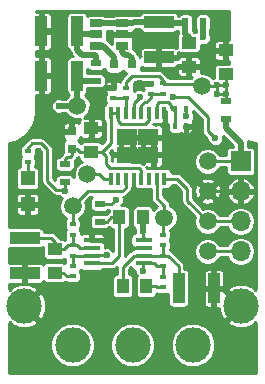
<source format=gtl>
G04 #@! TF.FileFunction,Copper,L1,Top*
%FSLAX46Y46*%
G04 Gerber Fmt 4.6, Leading zero omitted, Abs format (unit mm)*
G04 Created by KiCad (PCBNEW 4.0.6) date Wed Apr  3 14:00:51 2019*
%MOMM*%
%LPD*%
G01*
G04 APERTURE LIST*
%ADD10C,0.100000*%
%ADD11C,1.500000*%
%ADD12C,3.000000*%
%ADD13R,1.060000X0.650000*%
%ADD14R,1.000000X2.500000*%
%ADD15R,0.600000X0.400000*%
%ADD16R,1.250000X1.000000*%
%ADD17R,0.450000X1.050000*%
%ADD18R,0.895000X1.470000*%
%ADD19R,0.900000X0.500000*%
%ADD20R,0.800000X0.750000*%
%ADD21R,2.500000X1.000000*%
%ADD22R,0.750000X0.800000*%
%ADD23R,0.500000X0.900000*%
%ADD24R,1.000000X1.250000*%
%ADD25R,1.450000X0.450000*%
%ADD26R,1.200000X1.200000*%
%ADD27R,0.400000X0.600000*%
%ADD28R,1.700000X1.700000*%
%ADD29O,1.700000X1.700000*%
%ADD30C,0.600000*%
%ADD31C,0.500000*%
%ADD32C,0.200000*%
%ADD33C,0.250000*%
%ADD34C,0.254000*%
G04 APERTURE END LIST*
D10*
D11*
X14630400Y14020800D03*
D12*
X17030700Y3238500D03*
D13*
X8869500Y30477500D03*
X8869500Y29527500D03*
X8869500Y28577500D03*
X11069500Y28577500D03*
X11069500Y30477500D03*
X11069500Y29527500D03*
D14*
X7215000Y29781500D03*
X4215000Y29781500D03*
D15*
X6858000Y10802200D03*
X6858000Y11702200D03*
D16*
X8420100Y19599400D03*
X8420100Y21599400D03*
D17*
X10069400Y17316400D03*
X10719400Y17316400D03*
X11369400Y17316400D03*
X12019400Y17316400D03*
X12669400Y17316400D03*
X13319400Y17316400D03*
X13969400Y17316400D03*
X14619400Y17316400D03*
X14619400Y22866400D03*
X13969400Y22866400D03*
X13319400Y22866400D03*
X12669400Y22866400D03*
X12019400Y22866400D03*
X11369400Y22866400D03*
X10719400Y22866400D03*
X10069400Y22866400D03*
D18*
X13686900Y20826400D03*
X12791900Y20826400D03*
X11896900Y20826400D03*
X11001900Y20826400D03*
X13686900Y19356400D03*
X12791900Y19356400D03*
X11896900Y19356400D03*
X11001900Y19356400D03*
D19*
X9144000Y15177200D03*
X9144000Y13677200D03*
D20*
X10362500Y26987500D03*
X11862500Y26987500D03*
D21*
X14160500Y30583000D03*
X14160500Y27583000D03*
D16*
X16700500Y28813000D03*
X16700500Y26813000D03*
D14*
X7215000Y26035000D03*
X4215000Y26035000D03*
D22*
X6769100Y19849400D03*
X6769100Y21349400D03*
D15*
X14478000Y11691200D03*
X14478000Y12591200D03*
X6858000Y12580200D03*
X6858000Y13480200D03*
X14478000Y9913200D03*
X14478000Y10813200D03*
D23*
X16395000Y30480000D03*
X17895000Y30480000D03*
D19*
X8826500Y25602500D03*
X8826500Y27102500D03*
X6197600Y17055400D03*
X6197600Y18555400D03*
D24*
X12811000Y14046200D03*
X10811000Y14046200D03*
D25*
X12868000Y10150200D03*
X12868000Y10800200D03*
X12868000Y11450200D03*
X12868000Y12100200D03*
X8468000Y12100200D03*
X8468000Y11450200D03*
X8468000Y10800200D03*
X8468000Y10150200D03*
D11*
X18288000Y18796000D03*
X18288000Y16256000D03*
X18288000Y11176000D03*
X18288000Y13716000D03*
X7239000Y23469600D03*
X8102600Y17741900D03*
X6858000Y14986000D03*
D12*
X2743200Y6540500D03*
X21132800Y6540500D03*
X6858000Y3238500D03*
X11938000Y3238500D03*
D16*
X19812000Y26178000D03*
X19812000Y28178000D03*
D19*
X19812000Y23864000D03*
X19812000Y22364000D03*
D11*
X17780000Y25146000D03*
D21*
X2794000Y12320400D03*
X2794000Y9320400D03*
D14*
X15822800Y8026400D03*
X18822800Y8026400D03*
D16*
X5334000Y9363200D03*
X5334000Y11363200D03*
D24*
X13090400Y8229600D03*
X11090400Y8229600D03*
D26*
X3048000Y17356000D03*
X3048000Y15156000D03*
D15*
X3048000Y18727000D03*
X3048000Y19627000D03*
X6858000Y9949600D03*
X6858000Y9049600D03*
X14478000Y9035200D03*
X14478000Y8135200D03*
X11379200Y25037200D03*
X11379200Y24137200D03*
X10312400Y24137200D03*
X10312400Y25037200D03*
X14528800Y25392800D03*
X14528800Y24492800D03*
X13462000Y24492800D03*
X13462000Y25392800D03*
D27*
X15552000Y23215600D03*
X16452000Y23215600D03*
X15552000Y21767800D03*
X16452000Y21767800D03*
D28*
X21082000Y18796000D03*
D29*
X21082000Y16256000D03*
X21082000Y13716000D03*
X21082000Y11176000D03*
D30*
X8432800Y22504400D03*
X10312400Y25857200D03*
X18034000Y26822400D03*
X12598400Y25400000D03*
X3048000Y13716000D03*
X11480800Y11430000D03*
X12791900Y19356400D03*
X19812000Y29464000D03*
X7874000Y13157200D03*
X14160500Y29083000D03*
X5715000Y26035000D03*
X5715000Y29781500D03*
X13686900Y20826400D03*
X12791900Y20826400D03*
X11896900Y20826400D03*
X11896900Y19356400D03*
X11001900Y19356400D03*
X11001900Y20826400D03*
X12598400Y15849600D03*
X13686900Y19356400D03*
X16459200Y22606000D03*
X19050000Y25222200D03*
X6197600Y16306800D03*
X19050000Y24511000D03*
X19812000Y24485600D03*
X19812000Y25222200D03*
X10515600Y15544800D03*
X17907000Y29286200D03*
X12801600Y12877800D03*
X5740400Y23469600D03*
X12852400Y9499600D03*
X9753600Y10820400D03*
X18948400Y20726400D03*
X15392400Y24231600D03*
X12522200Y24231600D03*
D31*
X8869500Y28577500D02*
X9420900Y28577500D01*
X9420900Y28577500D02*
X10362500Y27635900D01*
X10362500Y27635900D02*
X10362500Y26987500D01*
D32*
X8420100Y21599400D02*
X8420100Y22491700D01*
X8420100Y22491700D02*
X8432800Y22504400D01*
D33*
X10312400Y25037200D02*
X10312400Y25857200D01*
X16700500Y26813000D02*
X18024600Y26813000D01*
X18024600Y26813000D02*
X18034000Y26822400D01*
X13462000Y25392800D02*
X12605600Y25392800D01*
X12605600Y25392800D02*
X12598400Y25400000D01*
X3048000Y15156000D02*
X3048000Y13716000D01*
X12868000Y11450200D02*
X12847800Y11430000D01*
X12847800Y11430000D02*
X11480800Y11430000D01*
D31*
X19812000Y28178000D02*
X19812000Y29464000D01*
D33*
X8468000Y12100200D02*
X8468000Y12563200D01*
X8468000Y12563200D02*
X7874000Y13157200D01*
D31*
X14160500Y27583000D02*
X14160500Y29083000D01*
X4215000Y26035000D02*
X5715000Y26035000D01*
X4215000Y29781500D02*
X5715000Y29781500D01*
D33*
X12019400Y17316400D02*
X12019400Y16428600D01*
X18288000Y16256000D02*
X21082000Y16256000D01*
X12019400Y16428600D02*
X12598400Y15849600D01*
D31*
X16700500Y28813000D02*
X16700500Y29273500D01*
X16700500Y29273500D02*
X16395000Y29579000D01*
X16395000Y29579000D02*
X16395000Y30480000D01*
X16395000Y30480000D02*
X14263500Y30480000D01*
X14263500Y30480000D02*
X14160500Y30583000D01*
X14160500Y30583000D02*
X14184500Y30607000D01*
X11938000Y30480000D02*
X12041000Y30583000D01*
X11072000Y30480000D02*
X11938000Y30480000D01*
X12041000Y30583000D02*
X14160500Y30583000D01*
X11069500Y30477500D02*
X11072000Y30480000D01*
X8869500Y30477500D02*
X11069500Y30477500D01*
D33*
X14528800Y25392800D02*
X14528800Y25654000D01*
X11379200Y25501600D02*
X11379200Y25037200D01*
X11912600Y26035000D02*
X11379200Y25501600D01*
X14147800Y26035000D02*
X11912600Y26035000D01*
X14528800Y25654000D02*
X14147800Y26035000D01*
X16452000Y23215600D02*
X16452000Y22613200D01*
X16452000Y22613200D02*
X16459200Y22606000D01*
X14528800Y25342000D02*
X17584000Y25342000D01*
X17584000Y25342000D02*
X17780000Y25146000D01*
X17780000Y25146000D02*
X19050000Y25146000D01*
X19050000Y25146000D02*
X19050000Y25222200D01*
X6197600Y16383000D02*
X5461000Y16383000D01*
X3048000Y19939000D02*
X3048000Y19627000D01*
X3429000Y20320000D02*
X3048000Y19939000D01*
X4191000Y20320000D02*
X3429000Y20320000D01*
X4699000Y19812000D02*
X4191000Y20320000D01*
X4699000Y17145000D02*
X4699000Y19812000D01*
X5461000Y16383000D02*
X4699000Y17145000D01*
X19050000Y25222200D02*
X19050000Y24511000D01*
X19075400Y24485600D02*
X19050000Y24511000D01*
X19075400Y24485600D02*
X19812000Y24485600D01*
X19812000Y23864000D02*
X19812000Y24485600D01*
X19812000Y24485600D02*
X19812000Y25222200D01*
X19050000Y25222200D02*
X19812000Y25222200D01*
X19812000Y25222200D02*
X19812000Y26178000D01*
X9144000Y15177200D02*
X10148000Y15177200D01*
X10148000Y15177200D02*
X10515600Y15544800D01*
X6197600Y17055400D02*
X6197600Y16383000D01*
X6197600Y16383000D02*
X6197600Y16306800D01*
D31*
X17895000Y30480000D02*
X17895000Y29298200D01*
X17895000Y29298200D02*
X17907000Y29286200D01*
D33*
X10069400Y22866400D02*
X10069400Y20363000D01*
X10069400Y20363000D02*
X9305800Y19599400D01*
X8420100Y19599400D02*
X9305800Y19599400D01*
X9661400Y19243800D02*
X9661400Y18583400D01*
X10007600Y18237200D02*
X9661400Y18583400D01*
X12446000Y18237200D02*
X10007600Y18237200D01*
X12669400Y18013800D02*
X12446000Y18237200D01*
X12669400Y17316400D02*
X12669400Y18013800D01*
X9305800Y19599400D02*
X9661400Y19243800D01*
X6769100Y19849400D02*
X7227000Y19849400D01*
X7477000Y19599400D02*
X8420100Y19599400D01*
X7227000Y19849400D02*
X7477000Y19599400D01*
X6197600Y18555400D02*
X6197600Y18948400D01*
X6769100Y19316700D02*
X6769100Y19849400D01*
X6604000Y19151600D02*
X6769100Y19316700D01*
X6400800Y19151600D02*
X6604000Y19151600D01*
X6197600Y18948400D02*
X6400800Y19151600D01*
X10718800Y22865800D02*
X10718800Y22199600D01*
X10972800Y21945600D02*
X10718800Y22199600D01*
X13319400Y22260200D02*
X13319400Y22866400D01*
X13319400Y22260200D02*
X13004800Y21945600D01*
X13004800Y21945600D02*
X10972800Y21945600D01*
X10718800Y22865800D02*
X10719400Y22866400D01*
X10069400Y22866400D02*
X10719400Y22866400D01*
D31*
X11069500Y28577500D02*
X11069500Y28071900D01*
X11862500Y27532900D02*
X11862500Y26987500D01*
X11582400Y27813000D02*
X11862500Y27532900D01*
X11328400Y27813000D02*
X11582400Y27813000D01*
X11069500Y28071900D02*
X11328400Y27813000D01*
D33*
X11069500Y28577500D02*
X11049000Y28557000D01*
D31*
X8869500Y29527500D02*
X7469000Y29527500D01*
X7469000Y29527500D02*
X7215000Y29781500D01*
X7264400Y29732100D02*
X7264400Y28194000D01*
X8826500Y27673300D02*
X8826500Y27102500D01*
X8712200Y27787600D02*
X7670800Y27787600D01*
X8826500Y27673300D02*
X8712200Y27787600D01*
X7264400Y28194000D02*
X7670800Y27787600D01*
X7264400Y29732100D02*
X7215000Y29781500D01*
X8826500Y25602500D02*
X7647500Y25602500D01*
X7647500Y25602500D02*
X7215000Y26035000D01*
D33*
X12868000Y12100200D02*
X12868000Y12354200D01*
D31*
X12811000Y12887200D02*
X12801600Y12877800D01*
X12811000Y12887200D02*
X12811000Y14046200D01*
D33*
X12801600Y12420600D02*
X12801600Y12877800D01*
X12868000Y12354200D02*
X12801600Y12420600D01*
D31*
X7239000Y23469600D02*
X5740400Y23469600D01*
X7239000Y23469600D02*
X7213600Y23469600D01*
X7239000Y23469600D02*
X7239000Y26011000D01*
X7239000Y26011000D02*
X7215000Y26035000D01*
D33*
X12868000Y13989200D02*
X12811000Y14046200D01*
X7239000Y26011000D02*
X7215000Y26035000D01*
X7215000Y26035000D02*
X7175500Y25995500D01*
X8826500Y25602500D02*
X8814500Y25590500D01*
X12852400Y9499600D02*
X12852400Y10134600D01*
X12852400Y10134600D02*
X12868000Y10150200D01*
X14478000Y9035200D02*
X14478000Y9913200D01*
X14478000Y9913200D02*
X14594000Y9913200D01*
X12868000Y10150200D02*
X13776600Y10150200D01*
X14013600Y9913200D02*
X14478000Y9913200D01*
X13776600Y10150200D02*
X14013600Y9913200D01*
X10210800Y10160000D02*
X10811000Y10760200D01*
X8477800Y10160000D02*
X10210800Y10160000D01*
X10811000Y10760200D02*
X10811000Y14046200D01*
X8468000Y10150200D02*
X8477800Y10160000D01*
X10811000Y14046200D02*
X10134600Y14046200D01*
X10134600Y14046200D02*
X9765600Y13677200D01*
X9765600Y13677200D02*
X9144000Y13677200D01*
X9753600Y10820400D02*
X8488200Y10820400D01*
X8488200Y10820400D02*
X8468000Y10800200D01*
X6858000Y9949600D02*
X6858000Y10802200D01*
X6858000Y10802200D02*
X8466000Y10802200D01*
X8466000Y10802200D02*
X8468000Y10800200D01*
X8102600Y17741900D02*
X9080500Y17741900D01*
X9506000Y17316400D02*
X10069400Y17316400D01*
X9080500Y17741900D02*
X9506000Y17316400D01*
X8547100Y17741900D02*
X8102600Y17741900D01*
X6858000Y13480200D02*
X6858000Y14986000D01*
X6858000Y14986000D02*
X8128000Y16256000D01*
X11369400Y16551000D02*
X11369400Y17316400D01*
X11074400Y16256000D02*
X11369400Y16551000D01*
X8128000Y16256000D02*
X11074400Y16256000D01*
X14478000Y12591200D02*
X14478000Y13868400D01*
X14478000Y13868400D02*
X14630400Y14020800D01*
X13969400Y17316400D02*
X13969400Y15697800D01*
X14630400Y15036800D02*
X14630400Y14020800D01*
X13969400Y15697800D02*
X14630400Y15036800D01*
X18288000Y13716000D02*
X16560800Y15443200D01*
X16560800Y15443200D02*
X16560800Y16459200D01*
X16560800Y16459200D02*
X15703600Y17316400D01*
X15703600Y17316400D02*
X14619400Y17316400D01*
X18288000Y13716000D02*
X21082000Y13716000D01*
X18948400Y20726400D02*
X18288000Y21386800D01*
X18288000Y21386800D02*
X18288000Y22555200D01*
X18288000Y22555200D02*
X16611600Y24231600D01*
X16611600Y24231600D02*
X15392400Y24231600D01*
X12019400Y22866400D02*
X12019400Y23728800D01*
X12019400Y23728800D02*
X12522200Y24231600D01*
X17627600Y11176000D02*
X18288000Y11176000D01*
X18288000Y11176000D02*
X17678400Y11176000D01*
X18288000Y11176000D02*
X18288000Y11811000D01*
X18288000Y11176000D02*
X17932400Y11176000D01*
X18288000Y11176000D02*
X21082000Y11176000D01*
D31*
X21082000Y18796000D02*
X21082000Y20320000D01*
X19812000Y21590000D02*
X19812000Y22364000D01*
X21082000Y20320000D02*
X19812000Y21590000D01*
D33*
X18288000Y18796000D02*
X21082000Y18796000D01*
X6858000Y11702200D02*
X6469800Y11702200D01*
X6130800Y11363200D02*
X5334000Y11363200D01*
X6469800Y11702200D02*
X6130800Y11363200D01*
X2794000Y12320400D02*
X5002400Y12320400D01*
X5002400Y12320400D02*
X5334000Y11988800D01*
X5334000Y11988800D02*
X5334000Y11363200D01*
X6858000Y11702200D02*
X7195400Y11702200D01*
X7447400Y11450200D02*
X8468000Y11450200D01*
X7195400Y11702200D02*
X7447400Y11450200D01*
X6858000Y12580200D02*
X6858000Y11702200D01*
X14478000Y10813200D02*
X14942400Y10813200D01*
X15822800Y9932800D02*
X15822800Y8026400D01*
X14942400Y10813200D02*
X15822800Y9932800D01*
X11090400Y8229600D02*
X11090400Y9871200D01*
X12019400Y10800200D02*
X12868000Y10800200D01*
X11090400Y9871200D02*
X12019400Y10800200D01*
X14478000Y11691200D02*
X14478000Y10813200D01*
X12868000Y10800200D02*
X14465000Y10800200D01*
X5334000Y9363200D02*
X6029200Y9363200D01*
X6342800Y9049600D02*
X6858000Y9049600D01*
X6029200Y9363200D02*
X6342800Y9049600D01*
X13090400Y8229600D02*
X13919200Y8229600D01*
X14013600Y8135200D02*
X14478000Y8135200D01*
X13919200Y8229600D02*
X14013600Y8135200D01*
X3048000Y18727000D02*
X3048000Y17356000D01*
X11379200Y24137200D02*
X10312400Y24137200D01*
X11369400Y22866400D02*
X11369400Y24127400D01*
X11369400Y24127400D02*
X11379200Y24137200D01*
X13462000Y24492800D02*
X14528800Y24492800D01*
X13462000Y24492800D02*
X13462000Y24180800D01*
X13462000Y24180800D02*
X13106400Y23825200D01*
X13106400Y23825200D02*
X12954000Y23825200D01*
X12954000Y23825200D02*
X12669400Y23540600D01*
X12669400Y23540600D02*
X12669400Y22866400D01*
X15552000Y21767800D02*
X15552000Y23215600D01*
X13969400Y22866400D02*
X13969400Y23621400D01*
X13969400Y23621400D02*
X14173200Y23825200D01*
X14173200Y23825200D02*
X14935200Y23825200D01*
X14935200Y23825200D02*
X15189200Y23571200D01*
X15189200Y23571200D02*
X15189200Y23317200D01*
X15189200Y23317200D02*
X15290800Y23215600D01*
X15290800Y23215600D02*
X15552000Y23215600D01*
D34*
G36*
X17782000Y22345608D02*
X17782000Y21386800D01*
X17820517Y21193162D01*
X17930204Y21029004D01*
X18267369Y20691839D01*
X18267282Y20591535D01*
X18370739Y20341148D01*
X18562141Y20149413D01*
X18812346Y20045518D01*
X19083265Y20045282D01*
X19333652Y20148739D01*
X19525387Y20340141D01*
X19629282Y20590346D01*
X19629518Y20861265D01*
X19616246Y20893386D01*
X20451000Y20058631D01*
X20451000Y20034464D01*
X20232000Y20034464D01*
X20090810Y20007897D01*
X19961135Y19924454D01*
X19874141Y19797134D01*
X19843536Y19646000D01*
X19843536Y19302000D01*
X19302669Y19302000D01*
X19247375Y19435823D01*
X18929497Y19754256D01*
X18513957Y19926804D01*
X18064017Y19927196D01*
X17648177Y19755375D01*
X17329744Y19437497D01*
X17157196Y19021957D01*
X17156804Y18572017D01*
X17328625Y18156177D01*
X17646503Y17837744D01*
X18062043Y17665196D01*
X18511983Y17664804D01*
X18927823Y17836625D01*
X19246256Y18154503D01*
X19302520Y18290000D01*
X19843536Y18290000D01*
X19843536Y17946000D01*
X19870103Y17804810D01*
X19953546Y17675135D01*
X20080866Y17588141D01*
X20232000Y17557536D01*
X21932000Y17557536D01*
X22073190Y17584103D01*
X22202865Y17667546D01*
X22289859Y17794866D01*
X22320464Y17946000D01*
X22320464Y19646000D01*
X22293897Y19787190D01*
X22210454Y19916865D01*
X22083134Y20003859D01*
X21932000Y20034464D01*
X21713000Y20034464D01*
X21713000Y20320000D01*
X21669768Y20537340D01*
X21731846Y20495861D01*
X21896225Y20427773D01*
X22404000Y20326770D01*
X22404000Y7978032D01*
X22397362Y7984670D01*
X22328637Y7915945D01*
X22154865Y8163317D01*
X21456040Y8430915D01*
X20708004Y8410714D01*
X20110735Y8163317D01*
X19936962Y7915944D01*
X21132800Y6720105D01*
X21146942Y6734248D01*
X21326548Y6554642D01*
X21312405Y6540500D01*
X21326548Y6526358D01*
X21146942Y6346752D01*
X21132800Y6360895D01*
X19936962Y5165056D01*
X20110735Y4917683D01*
X20809560Y4650085D01*
X21557596Y4670286D01*
X22154865Y4917683D01*
X22328637Y5165055D01*
X22397362Y5096330D01*
X22404000Y5102968D01*
X22404000Y837000D01*
X1472000Y837000D01*
X1472000Y2865987D01*
X4976674Y2865987D01*
X5262436Y2174391D01*
X5791108Y1644796D01*
X6482204Y1357827D01*
X7230513Y1357174D01*
X7922109Y1642936D01*
X8451704Y2171608D01*
X8738673Y2862704D01*
X8738675Y2865987D01*
X10056674Y2865987D01*
X10342436Y2174391D01*
X10871108Y1644796D01*
X11562204Y1357827D01*
X12310513Y1357174D01*
X13002109Y1642936D01*
X13531704Y2171608D01*
X13818673Y2862704D01*
X13818675Y2865987D01*
X15149374Y2865987D01*
X15435136Y2174391D01*
X15963808Y1644796D01*
X16654904Y1357827D01*
X17403213Y1357174D01*
X18094809Y1642936D01*
X18624404Y2171608D01*
X18911373Y2862704D01*
X18912026Y3611013D01*
X18626264Y4302609D01*
X18097592Y4832204D01*
X17406496Y5119173D01*
X16658187Y5119826D01*
X15966591Y4834064D01*
X15436996Y4305392D01*
X15150027Y3614296D01*
X15149374Y2865987D01*
X13818675Y2865987D01*
X13819326Y3611013D01*
X13533564Y4302609D01*
X13004892Y4832204D01*
X12313796Y5119173D01*
X11565487Y5119826D01*
X10873891Y4834064D01*
X10344296Y4305392D01*
X10057327Y3614296D01*
X10056674Y2865987D01*
X8738675Y2865987D01*
X8739326Y3611013D01*
X8453564Y4302609D01*
X7924892Y4832204D01*
X7233796Y5119173D01*
X6485487Y5119826D01*
X5793891Y4834064D01*
X5264296Y4305392D01*
X4977327Y3614296D01*
X4976674Y2865987D01*
X1472000Y2865987D01*
X1472000Y5102968D01*
X1478638Y5096330D01*
X1547363Y5165055D01*
X1721135Y4917683D01*
X2419960Y4650085D01*
X3167996Y4670286D01*
X3765265Y4917683D01*
X3939038Y5165056D01*
X2743200Y6360895D01*
X2729058Y6346752D01*
X2549452Y6526358D01*
X2563595Y6540500D01*
X2922805Y6540500D01*
X4118644Y5344662D01*
X4366017Y5518435D01*
X4633615Y6217260D01*
X4613414Y6965296D01*
X4366017Y7562565D01*
X4118644Y7736338D01*
X2922805Y6540500D01*
X2563595Y6540500D01*
X2549452Y6554642D01*
X2729058Y6734248D01*
X2743200Y6720105D01*
X3939038Y7915944D01*
X3765265Y8163317D01*
X3066440Y8430915D01*
X2318404Y8410714D01*
X1721135Y8163317D01*
X1547363Y7915945D01*
X1478638Y7984670D01*
X1472000Y7978032D01*
X1472000Y8439400D01*
X2571750Y8439400D01*
X2667000Y8534650D01*
X2667000Y9193400D01*
X2647000Y9193400D01*
X2647000Y9447400D01*
X2667000Y9447400D01*
X2667000Y10106150D01*
X2571750Y10201400D01*
X1472000Y10201400D01*
X1472000Y11446516D01*
X1544000Y11431936D01*
X4044000Y11431936D01*
X4185190Y11458503D01*
X4314865Y11541946D01*
X4320536Y11550246D01*
X4320536Y10863200D01*
X4347103Y10722010D01*
X4430546Y10592335D01*
X4557866Y10505341D01*
X4709000Y10474736D01*
X5959000Y10474736D01*
X6100190Y10501303D01*
X6178981Y10552003D01*
X6196103Y10461010D01*
X6251175Y10375425D01*
X6200141Y10300734D01*
X6175028Y10176719D01*
X6110134Y10221059D01*
X5959000Y10251664D01*
X4709000Y10251664D01*
X4567810Y10225097D01*
X4438135Y10141654D01*
X4366461Y10036755D01*
X4259819Y10143396D01*
X4119785Y10201400D01*
X3016250Y10201400D01*
X2921000Y10106150D01*
X2921000Y9447400D01*
X2941000Y9447400D01*
X2941000Y9193400D01*
X2921000Y9193400D01*
X2921000Y8534650D01*
X3016250Y8439400D01*
X4119785Y8439400D01*
X4259819Y8497404D01*
X4366996Y8604580D01*
X4388798Y8657214D01*
X4430546Y8592335D01*
X4557866Y8505341D01*
X4709000Y8474736D01*
X5959000Y8474736D01*
X6100190Y8501303D01*
X6207688Y8570475D01*
X6326109Y8546920D01*
X6406866Y8491741D01*
X6558000Y8461136D01*
X7158000Y8461136D01*
X7299190Y8487703D01*
X7428865Y8571146D01*
X7515859Y8698466D01*
X7546464Y8849600D01*
X7546464Y9249600D01*
X7519897Y9390790D01*
X7449117Y9500786D01*
X7515859Y9598466D01*
X7519561Y9616745D01*
X7591866Y9567341D01*
X7743000Y9536736D01*
X9193000Y9536736D01*
X9334190Y9563303D01*
X9463865Y9646746D01*
X9468821Y9654000D01*
X10210800Y9654000D01*
X10404438Y9692517D01*
X10568596Y9802204D01*
X10584400Y9818008D01*
X10584400Y9241935D01*
X10449210Y9216497D01*
X10319535Y9133054D01*
X10232541Y9005734D01*
X10201936Y8854600D01*
X10201936Y7604600D01*
X10228503Y7463410D01*
X10311946Y7333735D01*
X10439266Y7246741D01*
X10590400Y7216136D01*
X11590400Y7216136D01*
X11731590Y7242703D01*
X11861265Y7326146D01*
X11948259Y7453466D01*
X11978864Y7604600D01*
X11978864Y8854600D01*
X11952297Y8995790D01*
X11868854Y9125465D01*
X11741534Y9212459D01*
X11596400Y9241849D01*
X11596400Y9661608D01*
X11771237Y9836445D01*
X11781103Y9784010D01*
X11864546Y9654335D01*
X11991866Y9567341D01*
X12143000Y9536736D01*
X12171432Y9536736D01*
X12171282Y9364735D01*
X12274739Y9114348D01*
X12293745Y9095309D01*
X12232541Y9005734D01*
X12201936Y8854600D01*
X12201936Y7604600D01*
X12228503Y7463410D01*
X12311946Y7333735D01*
X12439266Y7246741D01*
X12590400Y7216136D01*
X13590400Y7216136D01*
X13731590Y7242703D01*
X13861265Y7326146D01*
X13948259Y7453466D01*
X13978864Y7604600D01*
X13978864Y7610139D01*
X14026866Y7577341D01*
X14178000Y7546736D01*
X14778000Y7546736D01*
X14919190Y7573303D01*
X14934336Y7583049D01*
X14934336Y6776400D01*
X14960903Y6635210D01*
X15044346Y6505535D01*
X15171666Y6418541D01*
X15322800Y6387936D01*
X16322800Y6387936D01*
X16463990Y6414503D01*
X16593665Y6497946D01*
X16680659Y6625266D01*
X16711264Y6776400D01*
X16711264Y7804150D01*
X17941800Y7804150D01*
X17941800Y6700615D01*
X17999804Y6560581D01*
X18106980Y6453404D01*
X18247014Y6395400D01*
X18600550Y6395400D01*
X18695800Y6490650D01*
X18695800Y7899400D01*
X18949800Y7899400D01*
X18949800Y6490650D01*
X19045050Y6395400D01*
X19255033Y6395400D01*
X19262586Y6115704D01*
X19509983Y5518435D01*
X19757356Y5344662D01*
X20953195Y6540500D01*
X19757356Y7736338D01*
X19703800Y7698716D01*
X19703800Y7804150D01*
X19608550Y7899400D01*
X18949800Y7899400D01*
X18695800Y7899400D01*
X18037050Y7899400D01*
X17941800Y7804150D01*
X16711264Y7804150D01*
X16711264Y9276400D01*
X16697004Y9352185D01*
X17941800Y9352185D01*
X17941800Y8248650D01*
X18037050Y8153400D01*
X18695800Y8153400D01*
X18695800Y9562150D01*
X18949800Y9562150D01*
X18949800Y8153400D01*
X19608550Y8153400D01*
X19703800Y8248650D01*
X19703800Y9352185D01*
X19645796Y9492219D01*
X19538620Y9599396D01*
X19398586Y9657400D01*
X19045050Y9657400D01*
X18949800Y9562150D01*
X18695800Y9562150D01*
X18600550Y9657400D01*
X18247014Y9657400D01*
X18106980Y9599396D01*
X17999804Y9492219D01*
X17941800Y9352185D01*
X16697004Y9352185D01*
X16684697Y9417590D01*
X16601254Y9547265D01*
X16473934Y9634259D01*
X16328800Y9663649D01*
X16328800Y9932800D01*
X16290283Y10126438D01*
X16180596Y10290596D01*
X15300196Y11170996D01*
X15292707Y11176000D01*
X17121600Y11176000D01*
X17156845Y10998813D01*
X17156804Y10952017D01*
X17328625Y10536177D01*
X17646503Y10217744D01*
X18062043Y10045196D01*
X18511983Y10044804D01*
X18927823Y10216625D01*
X19246256Y10534503D01*
X19302520Y10670000D01*
X19943918Y10670000D01*
X20187435Y10305552D01*
X20586800Y10038704D01*
X21057883Y9945000D01*
X21106117Y9945000D01*
X21577200Y10038704D01*
X21976565Y10305552D01*
X22243413Y10704917D01*
X22337117Y11176000D01*
X22243413Y11647083D01*
X21976565Y12046448D01*
X21577200Y12313296D01*
X21106117Y12407000D01*
X21057883Y12407000D01*
X20586800Y12313296D01*
X20187435Y12046448D01*
X19943918Y11682000D01*
X19302669Y11682000D01*
X19247375Y11815823D01*
X18929497Y12134256D01*
X18513957Y12306804D01*
X18338490Y12306957D01*
X18288000Y12317000D01*
X18237950Y12307044D01*
X18064017Y12307196D01*
X17648177Y12135375D01*
X17329744Y11817497D01*
X17157196Y11401957D01*
X17157155Y11354746D01*
X17121600Y11176000D01*
X15292707Y11176000D01*
X15136038Y11280683D01*
X15100160Y11287819D01*
X15135859Y11340066D01*
X15166464Y11491200D01*
X15166464Y11891200D01*
X15139897Y12032390D01*
X15069117Y12142386D01*
X15135859Y12240066D01*
X15166464Y12391200D01*
X15166464Y12791200D01*
X15139897Y12932390D01*
X15101678Y12991784D01*
X15270223Y13061425D01*
X15588656Y13379303D01*
X15761204Y13794843D01*
X15761596Y14244783D01*
X15589775Y14660623D01*
X15271897Y14979056D01*
X15136400Y15035320D01*
X15136400Y15036800D01*
X15097883Y15230438D01*
X14988196Y15394596D01*
X14475400Y15907392D01*
X14475400Y16402936D01*
X14844400Y16402936D01*
X14985590Y16429503D01*
X15115265Y16512946D01*
X15202259Y16640266D01*
X15232864Y16791400D01*
X15232864Y16810400D01*
X15494008Y16810400D01*
X16054800Y16249608D01*
X16054800Y15443200D01*
X16093317Y15249562D01*
X16203004Y15085404D01*
X17212724Y14075684D01*
X17157196Y13941957D01*
X17156804Y13492017D01*
X17328625Y13076177D01*
X17646503Y12757744D01*
X18062043Y12585196D01*
X18511983Y12584804D01*
X18927823Y12756625D01*
X19246256Y13074503D01*
X19302520Y13210000D01*
X19943918Y13210000D01*
X20187435Y12845552D01*
X20586800Y12578704D01*
X21057883Y12485000D01*
X21106117Y12485000D01*
X21577200Y12578704D01*
X21976565Y12845552D01*
X22243413Y13244917D01*
X22337117Y13716000D01*
X22243413Y14187083D01*
X21976565Y14586448D01*
X21577200Y14853296D01*
X21106117Y14947000D01*
X21057883Y14947000D01*
X20586800Y14853296D01*
X20187435Y14586448D01*
X19943918Y14222000D01*
X19302669Y14222000D01*
X19247375Y14355823D01*
X18929497Y14674256D01*
X18513957Y14846804D01*
X18064017Y14847196D01*
X17928422Y14791170D01*
X17296038Y15423554D01*
X17635159Y15423554D01*
X17717059Y15254102D01*
X18143930Y15111877D01*
X18592733Y15143836D01*
X18858941Y15254102D01*
X18940841Y15423554D01*
X18288000Y16076395D01*
X17635159Y15423554D01*
X17296038Y15423554D01*
X17066800Y15652792D01*
X17066800Y16400070D01*
X17143877Y16400070D01*
X17175836Y15951267D01*
X17286102Y15685059D01*
X17455554Y15603159D01*
X18108395Y16256000D01*
X18467605Y16256000D01*
X19120446Y15603159D01*
X19289898Y15685059D01*
X19374512Y15939020D01*
X19892511Y15939020D01*
X20016755Y15639036D01*
X20333944Y15278348D01*
X20765018Y15066499D01*
X20955000Y15126807D01*
X20955000Y16129000D01*
X21209000Y16129000D01*
X21209000Y15126807D01*
X21398982Y15066499D01*
X21830056Y15278348D01*
X22147245Y15639036D01*
X22271489Y15939020D01*
X22210627Y16129000D01*
X21209000Y16129000D01*
X20955000Y16129000D01*
X19953373Y16129000D01*
X19892511Y15939020D01*
X19374512Y15939020D01*
X19432123Y16111930D01*
X19400164Y16560733D01*
X19395092Y16572980D01*
X19892511Y16572980D01*
X19953373Y16383000D01*
X20955000Y16383000D01*
X20955000Y17385193D01*
X21209000Y17385193D01*
X21209000Y16383000D01*
X22210627Y16383000D01*
X22271489Y16572980D01*
X22147245Y16872964D01*
X21830056Y17233652D01*
X21398982Y17445501D01*
X21209000Y17385193D01*
X20955000Y17385193D01*
X20765018Y17445501D01*
X20333944Y17233652D01*
X20016755Y16872964D01*
X19892511Y16572980D01*
X19395092Y16572980D01*
X19289898Y16826941D01*
X19120446Y16908841D01*
X18467605Y16256000D01*
X18108395Y16256000D01*
X17455554Y16908841D01*
X17286102Y16826941D01*
X17143877Y16400070D01*
X17066800Y16400070D01*
X17066800Y16459200D01*
X17028283Y16652838D01*
X16918596Y16816996D01*
X16647146Y17088446D01*
X17635159Y17088446D01*
X18288000Y16435605D01*
X18940841Y17088446D01*
X18858941Y17257898D01*
X18432070Y17400123D01*
X17983267Y17368164D01*
X17717059Y17257898D01*
X17635159Y17088446D01*
X16647146Y17088446D01*
X16061396Y17674196D01*
X15897238Y17783883D01*
X15703600Y17822400D01*
X15232864Y17822400D01*
X15232864Y17841400D01*
X15206297Y17982590D01*
X15122854Y18112265D01*
X14995534Y18199259D01*
X14844400Y18229864D01*
X14394400Y18229864D01*
X14290730Y18210357D01*
X14194400Y18229864D01*
X13744400Y18229864D01*
X13640730Y18210357D01*
X13544400Y18229864D01*
X13121898Y18229864D01*
X13096200Y18268324D01*
X13163615Y18240400D01*
X13464650Y18240400D01*
X13559900Y18335650D01*
X13559900Y19229400D01*
X13813900Y19229400D01*
X13813900Y18335650D01*
X13909150Y18240400D01*
X14210185Y18240400D01*
X14350219Y18298404D01*
X14457396Y18405580D01*
X14515400Y18545614D01*
X14515400Y19134150D01*
X14420150Y19229400D01*
X13813900Y19229400D01*
X13559900Y19229400D01*
X12953650Y19229400D01*
X12858400Y19134150D01*
X12858400Y18545614D01*
X12862093Y18536699D01*
X12803796Y18594996D01*
X12639638Y18704683D01*
X12446000Y18743200D01*
X11830400Y18743200D01*
X11830400Y19134150D01*
X11735150Y19229400D01*
X11128900Y19229400D01*
X11128900Y19209400D01*
X10874900Y19209400D01*
X10874900Y19229400D01*
X10268650Y19229400D01*
X10173400Y19134150D01*
X10173400Y18786992D01*
X10167400Y18792992D01*
X10167400Y19243800D01*
X10128883Y19437438D01*
X10020955Y19598963D01*
X10173400Y19751408D01*
X10173400Y19578650D01*
X10268650Y19483400D01*
X10874900Y19483400D01*
X10874900Y20604150D01*
X11068400Y20604150D01*
X11068400Y20015614D01*
X11126404Y19875580D01*
X11128900Y19873084D01*
X11128900Y19483400D01*
X11735150Y19483400D01*
X11830400Y19578650D01*
X11830400Y20604150D01*
X11769900Y20664650D01*
X11769900Y20699400D01*
X12023900Y20699400D01*
X12023900Y19805650D01*
X12119150Y19710400D01*
X12420185Y19710400D01*
X12560219Y19768404D01*
X12667396Y19875580D01*
X12725400Y20015614D01*
X12725400Y20604150D01*
X12858400Y20604150D01*
X12858400Y19578650D01*
X12953650Y19483400D01*
X13559900Y19483400D01*
X13559900Y20699400D01*
X13813900Y20699400D01*
X13813900Y19483400D01*
X14420150Y19483400D01*
X14515400Y19578650D01*
X14515400Y20604150D01*
X14420150Y20699400D01*
X13813900Y20699400D01*
X13559900Y20699400D01*
X12953650Y20699400D01*
X12858400Y20604150D01*
X12725400Y20604150D01*
X12630150Y20699400D01*
X12023900Y20699400D01*
X11769900Y20699400D01*
X11128900Y20699400D01*
X11128900Y20664650D01*
X11068400Y20604150D01*
X10874900Y20604150D01*
X10874900Y20699400D01*
X10854900Y20699400D01*
X10854900Y20953400D01*
X10874900Y20953400D01*
X10874900Y20973400D01*
X11128900Y20973400D01*
X11128900Y20953400D01*
X11769900Y20953400D01*
X11769900Y20973400D01*
X12023900Y20973400D01*
X12023900Y20953400D01*
X12630150Y20953400D01*
X12725400Y21048650D01*
X12725400Y21439600D01*
X12858400Y21439600D01*
X12858400Y21048650D01*
X12953650Y20953400D01*
X13559900Y20953400D01*
X13559900Y20973400D01*
X13813900Y20973400D01*
X13813900Y20953400D01*
X14420150Y20953400D01*
X14515400Y21048650D01*
X14515400Y21637186D01*
X14457396Y21777220D01*
X14350219Y21884396D01*
X14210185Y21942400D01*
X13909150Y21942400D01*
X13813902Y21847152D01*
X13813902Y21942400D01*
X13703920Y21942400D01*
X13714946Y21958901D01*
X13744400Y21952936D01*
X14194400Y21952936D01*
X14292205Y21971339D01*
X14318615Y21960400D01*
X14411650Y21960400D01*
X14506900Y22055650D01*
X14506900Y22123881D01*
X14552259Y22190266D01*
X14582864Y22341400D01*
X14582864Y23013400D01*
X14731900Y23013400D01*
X14731900Y22993400D01*
X14766400Y22993400D01*
X14766400Y22739400D01*
X14731900Y22739400D01*
X14731900Y22055650D01*
X14827150Y21960400D01*
X14920185Y21960400D01*
X14963536Y21978357D01*
X14963536Y21467800D01*
X14990103Y21326610D01*
X15073546Y21196935D01*
X15200866Y21109941D01*
X15352000Y21079336D01*
X15752000Y21079336D01*
X15893190Y21105903D01*
X16003865Y21177120D01*
X16036180Y21144804D01*
X16176214Y21086800D01*
X16256750Y21086800D01*
X16352000Y21182050D01*
X16352000Y21640800D01*
X16552000Y21640800D01*
X16552000Y21182050D01*
X16647250Y21086800D01*
X16727786Y21086800D01*
X16867820Y21144804D01*
X16974996Y21251981D01*
X17033000Y21392015D01*
X17033000Y21545550D01*
X16937750Y21640800D01*
X16552000Y21640800D01*
X16352000Y21640800D01*
X16305000Y21640800D01*
X16305000Y21894800D01*
X16352000Y21894800D01*
X16352000Y21914800D01*
X16552000Y21914800D01*
X16552000Y21894800D01*
X16937750Y21894800D01*
X17033000Y21990050D01*
X17033000Y22143585D01*
X17011615Y22195212D01*
X17036187Y22219741D01*
X17140082Y22469946D01*
X17140318Y22740865D01*
X17040464Y22982532D01*
X17040464Y23087144D01*
X17782000Y22345608D01*
X17782000Y22345608D01*
G37*
X17782000Y22345608D02*
X17782000Y21386800D01*
X17820517Y21193162D01*
X17930204Y21029004D01*
X18267369Y20691839D01*
X18267282Y20591535D01*
X18370739Y20341148D01*
X18562141Y20149413D01*
X18812346Y20045518D01*
X19083265Y20045282D01*
X19333652Y20148739D01*
X19525387Y20340141D01*
X19629282Y20590346D01*
X19629518Y20861265D01*
X19616246Y20893386D01*
X20451000Y20058631D01*
X20451000Y20034464D01*
X20232000Y20034464D01*
X20090810Y20007897D01*
X19961135Y19924454D01*
X19874141Y19797134D01*
X19843536Y19646000D01*
X19843536Y19302000D01*
X19302669Y19302000D01*
X19247375Y19435823D01*
X18929497Y19754256D01*
X18513957Y19926804D01*
X18064017Y19927196D01*
X17648177Y19755375D01*
X17329744Y19437497D01*
X17157196Y19021957D01*
X17156804Y18572017D01*
X17328625Y18156177D01*
X17646503Y17837744D01*
X18062043Y17665196D01*
X18511983Y17664804D01*
X18927823Y17836625D01*
X19246256Y18154503D01*
X19302520Y18290000D01*
X19843536Y18290000D01*
X19843536Y17946000D01*
X19870103Y17804810D01*
X19953546Y17675135D01*
X20080866Y17588141D01*
X20232000Y17557536D01*
X21932000Y17557536D01*
X22073190Y17584103D01*
X22202865Y17667546D01*
X22289859Y17794866D01*
X22320464Y17946000D01*
X22320464Y19646000D01*
X22293897Y19787190D01*
X22210454Y19916865D01*
X22083134Y20003859D01*
X21932000Y20034464D01*
X21713000Y20034464D01*
X21713000Y20320000D01*
X21669768Y20537340D01*
X21731846Y20495861D01*
X21896225Y20427773D01*
X22404000Y20326770D01*
X22404000Y7978032D01*
X22397362Y7984670D01*
X22328637Y7915945D01*
X22154865Y8163317D01*
X21456040Y8430915D01*
X20708004Y8410714D01*
X20110735Y8163317D01*
X19936962Y7915944D01*
X21132800Y6720105D01*
X21146942Y6734248D01*
X21326548Y6554642D01*
X21312405Y6540500D01*
X21326548Y6526358D01*
X21146942Y6346752D01*
X21132800Y6360895D01*
X19936962Y5165056D01*
X20110735Y4917683D01*
X20809560Y4650085D01*
X21557596Y4670286D01*
X22154865Y4917683D01*
X22328637Y5165055D01*
X22397362Y5096330D01*
X22404000Y5102968D01*
X22404000Y837000D01*
X1472000Y837000D01*
X1472000Y2865987D01*
X4976674Y2865987D01*
X5262436Y2174391D01*
X5791108Y1644796D01*
X6482204Y1357827D01*
X7230513Y1357174D01*
X7922109Y1642936D01*
X8451704Y2171608D01*
X8738673Y2862704D01*
X8738675Y2865987D01*
X10056674Y2865987D01*
X10342436Y2174391D01*
X10871108Y1644796D01*
X11562204Y1357827D01*
X12310513Y1357174D01*
X13002109Y1642936D01*
X13531704Y2171608D01*
X13818673Y2862704D01*
X13818675Y2865987D01*
X15149374Y2865987D01*
X15435136Y2174391D01*
X15963808Y1644796D01*
X16654904Y1357827D01*
X17403213Y1357174D01*
X18094809Y1642936D01*
X18624404Y2171608D01*
X18911373Y2862704D01*
X18912026Y3611013D01*
X18626264Y4302609D01*
X18097592Y4832204D01*
X17406496Y5119173D01*
X16658187Y5119826D01*
X15966591Y4834064D01*
X15436996Y4305392D01*
X15150027Y3614296D01*
X15149374Y2865987D01*
X13818675Y2865987D01*
X13819326Y3611013D01*
X13533564Y4302609D01*
X13004892Y4832204D01*
X12313796Y5119173D01*
X11565487Y5119826D01*
X10873891Y4834064D01*
X10344296Y4305392D01*
X10057327Y3614296D01*
X10056674Y2865987D01*
X8738675Y2865987D01*
X8739326Y3611013D01*
X8453564Y4302609D01*
X7924892Y4832204D01*
X7233796Y5119173D01*
X6485487Y5119826D01*
X5793891Y4834064D01*
X5264296Y4305392D01*
X4977327Y3614296D01*
X4976674Y2865987D01*
X1472000Y2865987D01*
X1472000Y5102968D01*
X1478638Y5096330D01*
X1547363Y5165055D01*
X1721135Y4917683D01*
X2419960Y4650085D01*
X3167996Y4670286D01*
X3765265Y4917683D01*
X3939038Y5165056D01*
X2743200Y6360895D01*
X2729058Y6346752D01*
X2549452Y6526358D01*
X2563595Y6540500D01*
X2922805Y6540500D01*
X4118644Y5344662D01*
X4366017Y5518435D01*
X4633615Y6217260D01*
X4613414Y6965296D01*
X4366017Y7562565D01*
X4118644Y7736338D01*
X2922805Y6540500D01*
X2563595Y6540500D01*
X2549452Y6554642D01*
X2729058Y6734248D01*
X2743200Y6720105D01*
X3939038Y7915944D01*
X3765265Y8163317D01*
X3066440Y8430915D01*
X2318404Y8410714D01*
X1721135Y8163317D01*
X1547363Y7915945D01*
X1478638Y7984670D01*
X1472000Y7978032D01*
X1472000Y8439400D01*
X2571750Y8439400D01*
X2667000Y8534650D01*
X2667000Y9193400D01*
X2647000Y9193400D01*
X2647000Y9447400D01*
X2667000Y9447400D01*
X2667000Y10106150D01*
X2571750Y10201400D01*
X1472000Y10201400D01*
X1472000Y11446516D01*
X1544000Y11431936D01*
X4044000Y11431936D01*
X4185190Y11458503D01*
X4314865Y11541946D01*
X4320536Y11550246D01*
X4320536Y10863200D01*
X4347103Y10722010D01*
X4430546Y10592335D01*
X4557866Y10505341D01*
X4709000Y10474736D01*
X5959000Y10474736D01*
X6100190Y10501303D01*
X6178981Y10552003D01*
X6196103Y10461010D01*
X6251175Y10375425D01*
X6200141Y10300734D01*
X6175028Y10176719D01*
X6110134Y10221059D01*
X5959000Y10251664D01*
X4709000Y10251664D01*
X4567810Y10225097D01*
X4438135Y10141654D01*
X4366461Y10036755D01*
X4259819Y10143396D01*
X4119785Y10201400D01*
X3016250Y10201400D01*
X2921000Y10106150D01*
X2921000Y9447400D01*
X2941000Y9447400D01*
X2941000Y9193400D01*
X2921000Y9193400D01*
X2921000Y8534650D01*
X3016250Y8439400D01*
X4119785Y8439400D01*
X4259819Y8497404D01*
X4366996Y8604580D01*
X4388798Y8657214D01*
X4430546Y8592335D01*
X4557866Y8505341D01*
X4709000Y8474736D01*
X5959000Y8474736D01*
X6100190Y8501303D01*
X6207688Y8570475D01*
X6326109Y8546920D01*
X6406866Y8491741D01*
X6558000Y8461136D01*
X7158000Y8461136D01*
X7299190Y8487703D01*
X7428865Y8571146D01*
X7515859Y8698466D01*
X7546464Y8849600D01*
X7546464Y9249600D01*
X7519897Y9390790D01*
X7449117Y9500786D01*
X7515859Y9598466D01*
X7519561Y9616745D01*
X7591866Y9567341D01*
X7743000Y9536736D01*
X9193000Y9536736D01*
X9334190Y9563303D01*
X9463865Y9646746D01*
X9468821Y9654000D01*
X10210800Y9654000D01*
X10404438Y9692517D01*
X10568596Y9802204D01*
X10584400Y9818008D01*
X10584400Y9241935D01*
X10449210Y9216497D01*
X10319535Y9133054D01*
X10232541Y9005734D01*
X10201936Y8854600D01*
X10201936Y7604600D01*
X10228503Y7463410D01*
X10311946Y7333735D01*
X10439266Y7246741D01*
X10590400Y7216136D01*
X11590400Y7216136D01*
X11731590Y7242703D01*
X11861265Y7326146D01*
X11948259Y7453466D01*
X11978864Y7604600D01*
X11978864Y8854600D01*
X11952297Y8995790D01*
X11868854Y9125465D01*
X11741534Y9212459D01*
X11596400Y9241849D01*
X11596400Y9661608D01*
X11771237Y9836445D01*
X11781103Y9784010D01*
X11864546Y9654335D01*
X11991866Y9567341D01*
X12143000Y9536736D01*
X12171432Y9536736D01*
X12171282Y9364735D01*
X12274739Y9114348D01*
X12293745Y9095309D01*
X12232541Y9005734D01*
X12201936Y8854600D01*
X12201936Y7604600D01*
X12228503Y7463410D01*
X12311946Y7333735D01*
X12439266Y7246741D01*
X12590400Y7216136D01*
X13590400Y7216136D01*
X13731590Y7242703D01*
X13861265Y7326146D01*
X13948259Y7453466D01*
X13978864Y7604600D01*
X13978864Y7610139D01*
X14026866Y7577341D01*
X14178000Y7546736D01*
X14778000Y7546736D01*
X14919190Y7573303D01*
X14934336Y7583049D01*
X14934336Y6776400D01*
X14960903Y6635210D01*
X15044346Y6505535D01*
X15171666Y6418541D01*
X15322800Y6387936D01*
X16322800Y6387936D01*
X16463990Y6414503D01*
X16593665Y6497946D01*
X16680659Y6625266D01*
X16711264Y6776400D01*
X16711264Y7804150D01*
X17941800Y7804150D01*
X17941800Y6700615D01*
X17999804Y6560581D01*
X18106980Y6453404D01*
X18247014Y6395400D01*
X18600550Y6395400D01*
X18695800Y6490650D01*
X18695800Y7899400D01*
X18949800Y7899400D01*
X18949800Y6490650D01*
X19045050Y6395400D01*
X19255033Y6395400D01*
X19262586Y6115704D01*
X19509983Y5518435D01*
X19757356Y5344662D01*
X20953195Y6540500D01*
X19757356Y7736338D01*
X19703800Y7698716D01*
X19703800Y7804150D01*
X19608550Y7899400D01*
X18949800Y7899400D01*
X18695800Y7899400D01*
X18037050Y7899400D01*
X17941800Y7804150D01*
X16711264Y7804150D01*
X16711264Y9276400D01*
X16697004Y9352185D01*
X17941800Y9352185D01*
X17941800Y8248650D01*
X18037050Y8153400D01*
X18695800Y8153400D01*
X18695800Y9562150D01*
X18949800Y9562150D01*
X18949800Y8153400D01*
X19608550Y8153400D01*
X19703800Y8248650D01*
X19703800Y9352185D01*
X19645796Y9492219D01*
X19538620Y9599396D01*
X19398586Y9657400D01*
X19045050Y9657400D01*
X18949800Y9562150D01*
X18695800Y9562150D01*
X18600550Y9657400D01*
X18247014Y9657400D01*
X18106980Y9599396D01*
X17999804Y9492219D01*
X17941800Y9352185D01*
X16697004Y9352185D01*
X16684697Y9417590D01*
X16601254Y9547265D01*
X16473934Y9634259D01*
X16328800Y9663649D01*
X16328800Y9932800D01*
X16290283Y10126438D01*
X16180596Y10290596D01*
X15300196Y11170996D01*
X15292707Y11176000D01*
X17121600Y11176000D01*
X17156845Y10998813D01*
X17156804Y10952017D01*
X17328625Y10536177D01*
X17646503Y10217744D01*
X18062043Y10045196D01*
X18511983Y10044804D01*
X18927823Y10216625D01*
X19246256Y10534503D01*
X19302520Y10670000D01*
X19943918Y10670000D01*
X20187435Y10305552D01*
X20586800Y10038704D01*
X21057883Y9945000D01*
X21106117Y9945000D01*
X21577200Y10038704D01*
X21976565Y10305552D01*
X22243413Y10704917D01*
X22337117Y11176000D01*
X22243413Y11647083D01*
X21976565Y12046448D01*
X21577200Y12313296D01*
X21106117Y12407000D01*
X21057883Y12407000D01*
X20586800Y12313296D01*
X20187435Y12046448D01*
X19943918Y11682000D01*
X19302669Y11682000D01*
X19247375Y11815823D01*
X18929497Y12134256D01*
X18513957Y12306804D01*
X18338490Y12306957D01*
X18288000Y12317000D01*
X18237950Y12307044D01*
X18064017Y12307196D01*
X17648177Y12135375D01*
X17329744Y11817497D01*
X17157196Y11401957D01*
X17157155Y11354746D01*
X17121600Y11176000D01*
X15292707Y11176000D01*
X15136038Y11280683D01*
X15100160Y11287819D01*
X15135859Y11340066D01*
X15166464Y11491200D01*
X15166464Y11891200D01*
X15139897Y12032390D01*
X15069117Y12142386D01*
X15135859Y12240066D01*
X15166464Y12391200D01*
X15166464Y12791200D01*
X15139897Y12932390D01*
X15101678Y12991784D01*
X15270223Y13061425D01*
X15588656Y13379303D01*
X15761204Y13794843D01*
X15761596Y14244783D01*
X15589775Y14660623D01*
X15271897Y14979056D01*
X15136400Y15035320D01*
X15136400Y15036800D01*
X15097883Y15230438D01*
X14988196Y15394596D01*
X14475400Y15907392D01*
X14475400Y16402936D01*
X14844400Y16402936D01*
X14985590Y16429503D01*
X15115265Y16512946D01*
X15202259Y16640266D01*
X15232864Y16791400D01*
X15232864Y16810400D01*
X15494008Y16810400D01*
X16054800Y16249608D01*
X16054800Y15443200D01*
X16093317Y15249562D01*
X16203004Y15085404D01*
X17212724Y14075684D01*
X17157196Y13941957D01*
X17156804Y13492017D01*
X17328625Y13076177D01*
X17646503Y12757744D01*
X18062043Y12585196D01*
X18511983Y12584804D01*
X18927823Y12756625D01*
X19246256Y13074503D01*
X19302520Y13210000D01*
X19943918Y13210000D01*
X20187435Y12845552D01*
X20586800Y12578704D01*
X21057883Y12485000D01*
X21106117Y12485000D01*
X21577200Y12578704D01*
X21976565Y12845552D01*
X22243413Y13244917D01*
X22337117Y13716000D01*
X22243413Y14187083D01*
X21976565Y14586448D01*
X21577200Y14853296D01*
X21106117Y14947000D01*
X21057883Y14947000D01*
X20586800Y14853296D01*
X20187435Y14586448D01*
X19943918Y14222000D01*
X19302669Y14222000D01*
X19247375Y14355823D01*
X18929497Y14674256D01*
X18513957Y14846804D01*
X18064017Y14847196D01*
X17928422Y14791170D01*
X17296038Y15423554D01*
X17635159Y15423554D01*
X17717059Y15254102D01*
X18143930Y15111877D01*
X18592733Y15143836D01*
X18858941Y15254102D01*
X18940841Y15423554D01*
X18288000Y16076395D01*
X17635159Y15423554D01*
X17296038Y15423554D01*
X17066800Y15652792D01*
X17066800Y16400070D01*
X17143877Y16400070D01*
X17175836Y15951267D01*
X17286102Y15685059D01*
X17455554Y15603159D01*
X18108395Y16256000D01*
X18467605Y16256000D01*
X19120446Y15603159D01*
X19289898Y15685059D01*
X19374512Y15939020D01*
X19892511Y15939020D01*
X20016755Y15639036D01*
X20333944Y15278348D01*
X20765018Y15066499D01*
X20955000Y15126807D01*
X20955000Y16129000D01*
X21209000Y16129000D01*
X21209000Y15126807D01*
X21398982Y15066499D01*
X21830056Y15278348D01*
X22147245Y15639036D01*
X22271489Y15939020D01*
X22210627Y16129000D01*
X21209000Y16129000D01*
X20955000Y16129000D01*
X19953373Y16129000D01*
X19892511Y15939020D01*
X19374512Y15939020D01*
X19432123Y16111930D01*
X19400164Y16560733D01*
X19395092Y16572980D01*
X19892511Y16572980D01*
X19953373Y16383000D01*
X20955000Y16383000D01*
X20955000Y17385193D01*
X21209000Y17385193D01*
X21209000Y16383000D01*
X22210627Y16383000D01*
X22271489Y16572980D01*
X22147245Y16872964D01*
X21830056Y17233652D01*
X21398982Y17445501D01*
X21209000Y17385193D01*
X20955000Y17385193D01*
X20765018Y17445501D01*
X20333944Y17233652D01*
X20016755Y16872964D01*
X19892511Y16572980D01*
X19395092Y16572980D01*
X19289898Y16826941D01*
X19120446Y16908841D01*
X18467605Y16256000D01*
X18108395Y16256000D01*
X17455554Y16908841D01*
X17286102Y16826941D01*
X17143877Y16400070D01*
X17066800Y16400070D01*
X17066800Y16459200D01*
X17028283Y16652838D01*
X16918596Y16816996D01*
X16647146Y17088446D01*
X17635159Y17088446D01*
X18288000Y16435605D01*
X18940841Y17088446D01*
X18858941Y17257898D01*
X18432070Y17400123D01*
X17983267Y17368164D01*
X17717059Y17257898D01*
X17635159Y17088446D01*
X16647146Y17088446D01*
X16061396Y17674196D01*
X15897238Y17783883D01*
X15703600Y17822400D01*
X15232864Y17822400D01*
X15232864Y17841400D01*
X15206297Y17982590D01*
X15122854Y18112265D01*
X14995534Y18199259D01*
X14844400Y18229864D01*
X14394400Y18229864D01*
X14290730Y18210357D01*
X14194400Y18229864D01*
X13744400Y18229864D01*
X13640730Y18210357D01*
X13544400Y18229864D01*
X13121898Y18229864D01*
X13096200Y18268324D01*
X13163615Y18240400D01*
X13464650Y18240400D01*
X13559900Y18335650D01*
X13559900Y19229400D01*
X13813900Y19229400D01*
X13813900Y18335650D01*
X13909150Y18240400D01*
X14210185Y18240400D01*
X14350219Y18298404D01*
X14457396Y18405580D01*
X14515400Y18545614D01*
X14515400Y19134150D01*
X14420150Y19229400D01*
X13813900Y19229400D01*
X13559900Y19229400D01*
X12953650Y19229400D01*
X12858400Y19134150D01*
X12858400Y18545614D01*
X12862093Y18536699D01*
X12803796Y18594996D01*
X12639638Y18704683D01*
X12446000Y18743200D01*
X11830400Y18743200D01*
X11830400Y19134150D01*
X11735150Y19229400D01*
X11128900Y19229400D01*
X11128900Y19209400D01*
X10874900Y19209400D01*
X10874900Y19229400D01*
X10268650Y19229400D01*
X10173400Y19134150D01*
X10173400Y18786992D01*
X10167400Y18792992D01*
X10167400Y19243800D01*
X10128883Y19437438D01*
X10020955Y19598963D01*
X10173400Y19751408D01*
X10173400Y19578650D01*
X10268650Y19483400D01*
X10874900Y19483400D01*
X10874900Y20604150D01*
X11068400Y20604150D01*
X11068400Y20015614D01*
X11126404Y19875580D01*
X11128900Y19873084D01*
X11128900Y19483400D01*
X11735150Y19483400D01*
X11830400Y19578650D01*
X11830400Y20604150D01*
X11769900Y20664650D01*
X11769900Y20699400D01*
X12023900Y20699400D01*
X12023900Y19805650D01*
X12119150Y19710400D01*
X12420185Y19710400D01*
X12560219Y19768404D01*
X12667396Y19875580D01*
X12725400Y20015614D01*
X12725400Y20604150D01*
X12858400Y20604150D01*
X12858400Y19578650D01*
X12953650Y19483400D01*
X13559900Y19483400D01*
X13559900Y20699400D01*
X13813900Y20699400D01*
X13813900Y19483400D01*
X14420150Y19483400D01*
X14515400Y19578650D01*
X14515400Y20604150D01*
X14420150Y20699400D01*
X13813900Y20699400D01*
X13559900Y20699400D01*
X12953650Y20699400D01*
X12858400Y20604150D01*
X12725400Y20604150D01*
X12630150Y20699400D01*
X12023900Y20699400D01*
X11769900Y20699400D01*
X11128900Y20699400D01*
X11128900Y20664650D01*
X11068400Y20604150D01*
X10874900Y20604150D01*
X10874900Y20699400D01*
X10854900Y20699400D01*
X10854900Y20953400D01*
X10874900Y20953400D01*
X10874900Y20973400D01*
X11128900Y20973400D01*
X11128900Y20953400D01*
X11769900Y20953400D01*
X11769900Y20973400D01*
X12023900Y20973400D01*
X12023900Y20953400D01*
X12630150Y20953400D01*
X12725400Y21048650D01*
X12725400Y21439600D01*
X12858400Y21439600D01*
X12858400Y21048650D01*
X12953650Y20953400D01*
X13559900Y20953400D01*
X13559900Y20973400D01*
X13813900Y20973400D01*
X13813900Y20953400D01*
X14420150Y20953400D01*
X14515400Y21048650D01*
X14515400Y21637186D01*
X14457396Y21777220D01*
X14350219Y21884396D01*
X14210185Y21942400D01*
X13909150Y21942400D01*
X13813902Y21847152D01*
X13813902Y21942400D01*
X13703920Y21942400D01*
X13714946Y21958901D01*
X13744400Y21952936D01*
X14194400Y21952936D01*
X14292205Y21971339D01*
X14318615Y21960400D01*
X14411650Y21960400D01*
X14506900Y22055650D01*
X14506900Y22123881D01*
X14552259Y22190266D01*
X14582864Y22341400D01*
X14582864Y23013400D01*
X14731900Y23013400D01*
X14731900Y22993400D01*
X14766400Y22993400D01*
X14766400Y22739400D01*
X14731900Y22739400D01*
X14731900Y22055650D01*
X14827150Y21960400D01*
X14920185Y21960400D01*
X14963536Y21978357D01*
X14963536Y21467800D01*
X14990103Y21326610D01*
X15073546Y21196935D01*
X15200866Y21109941D01*
X15352000Y21079336D01*
X15752000Y21079336D01*
X15893190Y21105903D01*
X16003865Y21177120D01*
X16036180Y21144804D01*
X16176214Y21086800D01*
X16256750Y21086800D01*
X16352000Y21182050D01*
X16352000Y21640800D01*
X16552000Y21640800D01*
X16552000Y21182050D01*
X16647250Y21086800D01*
X16727786Y21086800D01*
X16867820Y21144804D01*
X16974996Y21251981D01*
X17033000Y21392015D01*
X17033000Y21545550D01*
X16937750Y21640800D01*
X16552000Y21640800D01*
X16352000Y21640800D01*
X16305000Y21640800D01*
X16305000Y21894800D01*
X16352000Y21894800D01*
X16352000Y21914800D01*
X16552000Y21914800D01*
X16552000Y21894800D01*
X16937750Y21894800D01*
X17033000Y21990050D01*
X17033000Y22143585D01*
X17011615Y22195212D01*
X17036187Y22219741D01*
X17140082Y22469946D01*
X17140318Y22740865D01*
X17040464Y22982532D01*
X17040464Y23087144D01*
X17782000Y22345608D01*
G36*
X12055936Y16791400D02*
X12082503Y16650210D01*
X12131900Y16573444D01*
X12131900Y16505650D01*
X12227150Y16410400D01*
X12320185Y16410400D01*
X12348869Y16422281D01*
X12444400Y16402936D01*
X12894400Y16402936D01*
X12998070Y16422443D01*
X13094400Y16402936D01*
X13463400Y16402936D01*
X13463400Y15697800D01*
X13501917Y15504162D01*
X13611604Y15340004D01*
X13980997Y14970611D01*
X13696554Y14686665D01*
X13672897Y14812390D01*
X13589454Y14942065D01*
X13462134Y15029059D01*
X13311000Y15059664D01*
X12311000Y15059664D01*
X12169810Y15033097D01*
X12040135Y14949654D01*
X11953141Y14822334D01*
X11922536Y14671200D01*
X11922536Y13421200D01*
X11949103Y13280010D01*
X12032546Y13150335D01*
X12145378Y13073240D01*
X12120718Y13013854D01*
X12120482Y12742935D01*
X12133328Y12711844D01*
X12001810Y12687097D01*
X11872135Y12603654D01*
X11785141Y12476334D01*
X11754536Y12325200D01*
X11754536Y11875200D01*
X11772939Y11777395D01*
X11762000Y11750985D01*
X11762000Y11657950D01*
X11857250Y11562700D01*
X11925481Y11562700D01*
X11991866Y11517341D01*
X12143000Y11486736D01*
X13015000Y11486736D01*
X13015000Y11413664D01*
X12143000Y11413664D01*
X12001810Y11387097D01*
X11925044Y11337700D01*
X11857250Y11337700D01*
X11762000Y11242450D01*
X11762000Y11225079D01*
X11661604Y11157996D01*
X11317000Y10813392D01*
X11317000Y13033865D01*
X11452190Y13059303D01*
X11581865Y13142746D01*
X11668859Y13270066D01*
X11699464Y13421200D01*
X11699464Y14671200D01*
X11672897Y14812390D01*
X11589454Y14942065D01*
X11462134Y15029059D01*
X11311000Y15059664D01*
X10993538Y15059664D01*
X11092587Y15158541D01*
X11196482Y15408746D01*
X11196718Y15679665D01*
X11160574Y15767141D01*
X11268038Y15788517D01*
X11432196Y15898204D01*
X11727196Y16193204D01*
X11836883Y16357362D01*
X11856318Y16455068D01*
X11906900Y16505650D01*
X11906900Y16573881D01*
X11952259Y16640266D01*
X11982864Y16791400D01*
X11982864Y17463400D01*
X12055936Y17463400D01*
X12055936Y16791400D01*
X12055936Y16791400D01*
G37*
X12055936Y16791400D02*
X12082503Y16650210D01*
X12131900Y16573444D01*
X12131900Y16505650D01*
X12227150Y16410400D01*
X12320185Y16410400D01*
X12348869Y16422281D01*
X12444400Y16402936D01*
X12894400Y16402936D01*
X12998070Y16422443D01*
X13094400Y16402936D01*
X13463400Y16402936D01*
X13463400Y15697800D01*
X13501917Y15504162D01*
X13611604Y15340004D01*
X13980997Y14970611D01*
X13696554Y14686665D01*
X13672897Y14812390D01*
X13589454Y14942065D01*
X13462134Y15029059D01*
X13311000Y15059664D01*
X12311000Y15059664D01*
X12169810Y15033097D01*
X12040135Y14949654D01*
X11953141Y14822334D01*
X11922536Y14671200D01*
X11922536Y13421200D01*
X11949103Y13280010D01*
X12032546Y13150335D01*
X12145378Y13073240D01*
X12120718Y13013854D01*
X12120482Y12742935D01*
X12133328Y12711844D01*
X12001810Y12687097D01*
X11872135Y12603654D01*
X11785141Y12476334D01*
X11754536Y12325200D01*
X11754536Y11875200D01*
X11772939Y11777395D01*
X11762000Y11750985D01*
X11762000Y11657950D01*
X11857250Y11562700D01*
X11925481Y11562700D01*
X11991866Y11517341D01*
X12143000Y11486736D01*
X13015000Y11486736D01*
X13015000Y11413664D01*
X12143000Y11413664D01*
X12001810Y11387097D01*
X11925044Y11337700D01*
X11857250Y11337700D01*
X11762000Y11242450D01*
X11762000Y11225079D01*
X11661604Y11157996D01*
X11317000Y10813392D01*
X11317000Y13033865D01*
X11452190Y13059303D01*
X11581865Y13142746D01*
X11668859Y13270066D01*
X11699464Y13421200D01*
X11699464Y14671200D01*
X11672897Y14812390D01*
X11589454Y14942065D01*
X11462134Y15029059D01*
X11311000Y15059664D01*
X10993538Y15059664D01*
X11092587Y15158541D01*
X11196482Y15408746D01*
X11196718Y15679665D01*
X11160574Y15767141D01*
X11268038Y15788517D01*
X11432196Y15898204D01*
X11727196Y16193204D01*
X11836883Y16357362D01*
X11856318Y16455068D01*
X11906900Y16505650D01*
X11906900Y16573881D01*
X11952259Y16640266D01*
X11982864Y16791400D01*
X11982864Y17463400D01*
X12055936Y17463400D01*
X12055936Y16791400D01*
G36*
X8423135Y15705654D02*
X8336141Y15578334D01*
X8305536Y15427200D01*
X8305536Y14927200D01*
X8332103Y14786010D01*
X8415546Y14656335D01*
X8542866Y14569341D01*
X8694000Y14538736D01*
X9594000Y14538736D01*
X9735190Y14565303D01*
X9864865Y14648746D01*
X9880207Y14671200D01*
X9922536Y14671200D01*
X9922536Y14501371D01*
X9776804Y14403996D01*
X9672563Y14299755D01*
X9594000Y14315664D01*
X8694000Y14315664D01*
X8552810Y14289097D01*
X8423135Y14205654D01*
X8336141Y14078334D01*
X8305536Y13927200D01*
X8305536Y13427200D01*
X8332103Y13286010D01*
X8415546Y13156335D01*
X8542866Y13069341D01*
X8694000Y13038736D01*
X9594000Y13038736D01*
X9735190Y13065303D01*
X9864865Y13148746D01*
X9898234Y13197582D01*
X9959238Y13209717D01*
X9983782Y13226117D01*
X10032546Y13150335D01*
X10159866Y13063341D01*
X10305000Y13033951D01*
X10305000Y11231959D01*
X10139859Y11397387D01*
X9889654Y11501282D01*
X9618735Y11501518D01*
X9581464Y11486118D01*
X9581464Y11675200D01*
X9563061Y11773005D01*
X9574000Y11799415D01*
X9574000Y11892450D01*
X9478750Y11987700D01*
X9410519Y11987700D01*
X9344134Y12033059D01*
X9193000Y12063664D01*
X8321000Y12063664D01*
X8321000Y12212700D01*
X8341000Y12212700D01*
X8341000Y12610950D01*
X8595000Y12610950D01*
X8595000Y12212700D01*
X9478750Y12212700D01*
X9574000Y12307950D01*
X9574000Y12400985D01*
X9515996Y12541019D01*
X9408820Y12648196D01*
X9268786Y12706200D01*
X8690250Y12706200D01*
X8595000Y12610950D01*
X8341000Y12610950D01*
X8245750Y12706200D01*
X7667214Y12706200D01*
X7546464Y12656184D01*
X7546464Y12780200D01*
X7519897Y12921390D01*
X7449117Y13031386D01*
X7515859Y13129066D01*
X7546464Y13280200D01*
X7546464Y13680200D01*
X7519897Y13821390D01*
X7436454Y13951065D01*
X7390668Y13982349D01*
X7497823Y14026625D01*
X7816256Y14344503D01*
X7988804Y14760043D01*
X7989196Y15209983D01*
X7933170Y15345578D01*
X8337592Y15750000D01*
X8492051Y15750000D01*
X8423135Y15705654D01*
X8423135Y15705654D01*
G37*
X8423135Y15705654D02*
X8336141Y15578334D01*
X8305536Y15427200D01*
X8305536Y14927200D01*
X8332103Y14786010D01*
X8415546Y14656335D01*
X8542866Y14569341D01*
X8694000Y14538736D01*
X9594000Y14538736D01*
X9735190Y14565303D01*
X9864865Y14648746D01*
X9880207Y14671200D01*
X9922536Y14671200D01*
X9922536Y14501371D01*
X9776804Y14403996D01*
X9672563Y14299755D01*
X9594000Y14315664D01*
X8694000Y14315664D01*
X8552810Y14289097D01*
X8423135Y14205654D01*
X8336141Y14078334D01*
X8305536Y13927200D01*
X8305536Y13427200D01*
X8332103Y13286010D01*
X8415546Y13156335D01*
X8542866Y13069341D01*
X8694000Y13038736D01*
X9594000Y13038736D01*
X9735190Y13065303D01*
X9864865Y13148746D01*
X9898234Y13197582D01*
X9959238Y13209717D01*
X9983782Y13226117D01*
X10032546Y13150335D01*
X10159866Y13063341D01*
X10305000Y13033951D01*
X10305000Y11231959D01*
X10139859Y11397387D01*
X9889654Y11501282D01*
X9618735Y11501518D01*
X9581464Y11486118D01*
X9581464Y11675200D01*
X9563061Y11773005D01*
X9574000Y11799415D01*
X9574000Y11892450D01*
X9478750Y11987700D01*
X9410519Y11987700D01*
X9344134Y12033059D01*
X9193000Y12063664D01*
X8321000Y12063664D01*
X8321000Y12212700D01*
X8341000Y12212700D01*
X8341000Y12610950D01*
X8595000Y12610950D01*
X8595000Y12212700D01*
X9478750Y12212700D01*
X9574000Y12307950D01*
X9574000Y12400985D01*
X9515996Y12541019D01*
X9408820Y12648196D01*
X9268786Y12706200D01*
X8690250Y12706200D01*
X8595000Y12610950D01*
X8341000Y12610950D01*
X8245750Y12706200D01*
X7667214Y12706200D01*
X7546464Y12656184D01*
X7546464Y12780200D01*
X7519897Y12921390D01*
X7449117Y13031386D01*
X7515859Y13129066D01*
X7546464Y13280200D01*
X7546464Y13680200D01*
X7519897Y13821390D01*
X7436454Y13951065D01*
X7390668Y13982349D01*
X7497823Y14026625D01*
X7816256Y14344503D01*
X7988804Y14760043D01*
X7989196Y15209983D01*
X7933170Y15345578D01*
X8337592Y15750000D01*
X8492051Y15750000D01*
X8423135Y15705654D01*
G36*
X20118000Y29059000D02*
X20034250Y29059000D01*
X19939000Y28963750D01*
X19939000Y28305000D01*
X19959000Y28305000D01*
X19959000Y28051000D01*
X19939000Y28051000D01*
X19939000Y27392250D01*
X20034250Y27297000D01*
X20118000Y27297000D01*
X20118000Y27066464D01*
X19187000Y27066464D01*
X19045810Y27039897D01*
X18916135Y26956454D01*
X18829141Y26829134D01*
X18798536Y26678000D01*
X18798536Y25855141D01*
X18707661Y25817592D01*
X18421497Y26104256D01*
X18005957Y26276804D01*
X17706500Y26277065D01*
X17706500Y26590750D01*
X17611250Y26686000D01*
X16827500Y26686000D01*
X16827500Y26027250D01*
X16922750Y25932000D01*
X16966499Y25932000D01*
X16882353Y25848000D01*
X15117334Y25848000D01*
X15107254Y25863665D01*
X14979934Y25950659D01*
X14919233Y25962951D01*
X14886596Y26011796D01*
X14505596Y26392796D01*
X14341438Y26502483D01*
X14147800Y26541000D01*
X12636485Y26541000D01*
X12646559Y26590750D01*
X15694500Y26590750D01*
X15694500Y26237214D01*
X15752504Y26097180D01*
X15859681Y25990004D01*
X15999715Y25932000D01*
X16478250Y25932000D01*
X16573500Y26027250D01*
X16573500Y26686000D01*
X15789750Y26686000D01*
X15694500Y26590750D01*
X12646559Y26590750D01*
X12650964Y26612500D01*
X12650964Y26803721D01*
X12694681Y26760004D01*
X12834715Y26702000D01*
X13938250Y26702000D01*
X14033500Y26797250D01*
X14033500Y27456000D01*
X14287500Y27456000D01*
X14287500Y26797250D01*
X14382750Y26702000D01*
X15486285Y26702000D01*
X15626319Y26760004D01*
X15733496Y26867180D01*
X15771301Y26958449D01*
X15789750Y26940000D01*
X16573500Y26940000D01*
X16573500Y27598750D01*
X16827500Y27598750D01*
X16827500Y26940000D01*
X17611250Y26940000D01*
X17706500Y27035250D01*
X17706500Y27388786D01*
X17648496Y27528820D01*
X17541319Y27635996D01*
X17401285Y27694000D01*
X16922750Y27694000D01*
X16827500Y27598750D01*
X16573500Y27598750D01*
X16478250Y27694000D01*
X15999715Y27694000D01*
X15859681Y27635996D01*
X15752504Y27528820D01*
X15714699Y27437551D01*
X15696250Y27456000D01*
X14287500Y27456000D01*
X14033500Y27456000D01*
X14013500Y27456000D01*
X14013500Y27710000D01*
X14033500Y27710000D01*
X14033500Y28368750D01*
X13938250Y28464000D01*
X12834715Y28464000D01*
X12694681Y28405996D01*
X12587504Y28298820D01*
X12529500Y28158786D01*
X12529500Y27805250D01*
X12624748Y27710002D01*
X12529500Y27710002D01*
X12529500Y27641191D01*
X12462909Y27686691D01*
X12453437Y27734311D01*
X12445468Y27774374D01*
X12308684Y27979085D01*
X12028584Y28259184D01*
X11987964Y28286326D01*
X11987964Y28902500D01*
X11961397Y29043690D01*
X11952097Y29058143D01*
X11980500Y29126715D01*
X11980500Y29305250D01*
X11885250Y29400500D01*
X11196500Y29400500D01*
X11196500Y29380500D01*
X10942500Y29380500D01*
X10942500Y29400500D01*
X10253750Y29400500D01*
X10158500Y29305250D01*
X10158500Y29126715D01*
X10186080Y29060131D01*
X10181641Y29053634D01*
X10151036Y28902500D01*
X10151036Y28739732D01*
X9867084Y29023684D01*
X9765499Y29091561D01*
X9787964Y29202500D01*
X9787964Y29846500D01*
X10158500Y29846500D01*
X10158500Y29749750D01*
X10253750Y29654500D01*
X10942500Y29654500D01*
X10942500Y29674500D01*
X11196500Y29674500D01*
X11196500Y29654500D01*
X11885250Y29654500D01*
X11980500Y29749750D01*
X11980500Y29857454D01*
X12179473Y29897032D01*
X12261738Y29952000D01*
X12546686Y29952000D01*
X12548603Y29941810D01*
X12632046Y29812135D01*
X12759366Y29725141D01*
X12910500Y29694536D01*
X15410500Y29694536D01*
X15551690Y29721103D01*
X15681365Y29804546D01*
X15711739Y29849000D01*
X15764000Y29849000D01*
X15764000Y29579000D01*
X15771244Y29542584D01*
X15717641Y29464134D01*
X15687036Y29313000D01*
X15687036Y28345280D01*
X15626319Y28405996D01*
X15486285Y28464000D01*
X14382750Y28464000D01*
X14287500Y28368750D01*
X14287500Y27710000D01*
X15696250Y27710000D01*
X15791500Y27805250D01*
X15791500Y28050754D01*
X15797046Y28042135D01*
X15924366Y27955141D01*
X16075500Y27924536D01*
X17325500Y27924536D01*
X17466690Y27951103D01*
X17473911Y27955750D01*
X18806000Y27955750D01*
X18806000Y27602214D01*
X18864004Y27462180D01*
X18971181Y27355004D01*
X19111215Y27297000D01*
X19589750Y27297000D01*
X19685000Y27392250D01*
X19685000Y28051000D01*
X18901250Y28051000D01*
X18806000Y27955750D01*
X17473911Y27955750D01*
X17596365Y28034546D01*
X17683359Y28161866D01*
X17713964Y28313000D01*
X17713964Y28628979D01*
X17770946Y28605318D01*
X18041865Y28605082D01*
X18292252Y28708539D01*
X18337577Y28753786D01*
X18806000Y28753786D01*
X18806000Y28400250D01*
X18901250Y28305000D01*
X19685000Y28305000D01*
X19685000Y28963750D01*
X19589750Y29059000D01*
X19111215Y29059000D01*
X18971181Y29000996D01*
X18864004Y28893820D01*
X18806000Y28753786D01*
X18337577Y28753786D01*
X18483987Y28899941D01*
X18587882Y29150146D01*
X18588118Y29421065D01*
X18526000Y29571403D01*
X18526000Y29993141D01*
X18533464Y30030000D01*
X18533464Y30930000D01*
X18506897Y31071190D01*
X18423454Y31200865D01*
X18296134Y31287859D01*
X18145000Y31318464D01*
X17645000Y31318464D01*
X17503810Y31291897D01*
X17374135Y31208454D01*
X17287141Y31081134D01*
X17256536Y30930000D01*
X17256536Y30030000D01*
X17264000Y29990333D01*
X17264000Y29701464D01*
X17158859Y29701464D01*
X17146684Y29719685D01*
X17026000Y29840369D01*
X17026000Y29993141D01*
X17033464Y30030000D01*
X17033464Y30930000D01*
X17006897Y31071190D01*
X16923454Y31200865D01*
X16796134Y31287859D01*
X16645000Y31318464D01*
X16145000Y31318464D01*
X16003810Y31291897D01*
X15874135Y31208454D01*
X15807548Y31111000D01*
X15793695Y31111000D01*
X15772397Y31224190D01*
X15688954Y31353865D01*
X15561634Y31440859D01*
X15410500Y31471464D01*
X12910500Y31471464D01*
X12769310Y31444897D01*
X12639635Y31361454D01*
X12552641Y31234134D01*
X12548564Y31214000D01*
X12041000Y31214000D01*
X11833321Y31172690D01*
X11799527Y31165968D01*
X11770657Y31146678D01*
X11750634Y31160359D01*
X11599500Y31190964D01*
X10539500Y31190964D01*
X10398310Y31164397D01*
X10311443Y31108500D01*
X9626532Y31108500D01*
X9550634Y31160359D01*
X9399500Y31190964D01*
X8339500Y31190964D01*
X8198310Y31164397D01*
X8091402Y31095604D01*
X8076897Y31172690D01*
X7993454Y31302365D01*
X7866134Y31389359D01*
X7715000Y31419964D01*
X6715000Y31419964D01*
X6573810Y31393397D01*
X6444135Y31309954D01*
X6357141Y31182634D01*
X6326536Y31031500D01*
X6326536Y28531500D01*
X6353103Y28390310D01*
X6436546Y28260635D01*
X6563866Y28173641D01*
X6640538Y28158115D01*
X6677152Y27974046D01*
X6681432Y27952527D01*
X6818216Y27747816D01*
X6892568Y27673464D01*
X6715000Y27673464D01*
X6573810Y27646897D01*
X6444135Y27563454D01*
X6357141Y27436134D01*
X6326536Y27285000D01*
X6326536Y24785000D01*
X6353103Y24643810D01*
X6436546Y24514135D01*
X6563866Y24427141D01*
X6591695Y24421506D01*
X6280744Y24111097D01*
X6276385Y24100600D01*
X5996582Y24100600D01*
X5876454Y24150482D01*
X5605535Y24150718D01*
X5355148Y24047261D01*
X5163413Y23855859D01*
X5059518Y23605654D01*
X5059282Y23334735D01*
X5162739Y23084348D01*
X5354141Y22892613D01*
X5604346Y22788718D01*
X5875265Y22788482D01*
X5996561Y22838600D01*
X6275979Y22838600D01*
X6279625Y22829777D01*
X6597503Y22511344D01*
X7013043Y22338796D01*
X7462983Y22338404D01*
X7518036Y22361151D01*
X7472104Y22315220D01*
X7414100Y22175186D01*
X7414100Y22018216D01*
X7359919Y22072396D01*
X7219885Y22130400D01*
X6991350Y22130400D01*
X6896100Y22035150D01*
X6896100Y21476400D01*
X6916100Y21476400D01*
X6916100Y21222400D01*
X6896100Y21222400D01*
X6896100Y21202400D01*
X6642100Y21202400D01*
X6642100Y21222400D01*
X6108350Y21222400D01*
X6013100Y21127150D01*
X6013100Y20873614D01*
X6071104Y20733580D01*
X6178281Y20626404D01*
X6237967Y20601681D01*
X6123235Y20527854D01*
X6036241Y20400534D01*
X6005636Y20249400D01*
X6005636Y19472028D01*
X5839804Y19306196D01*
X5764746Y19193864D01*
X5747600Y19193864D01*
X5606410Y19167297D01*
X5476735Y19083854D01*
X5389741Y18956534D01*
X5359136Y18805400D01*
X5359136Y18305400D01*
X5385703Y18164210D01*
X5469146Y18034535D01*
X5596466Y17947541D01*
X5747600Y17916936D01*
X6647600Y17916936D01*
X6788790Y17943503D01*
X6918465Y18026946D01*
X7005459Y18154266D01*
X7036064Y18305400D01*
X7036064Y18805400D01*
X7026139Y18858147D01*
X7126896Y18958904D01*
X7147432Y18989638D01*
X7202402Y19071906D01*
X7285290Y19087503D01*
X7337559Y19121137D01*
X7406636Y19107396D01*
X7406636Y19099400D01*
X7433203Y18958210D01*
X7516646Y18828535D01*
X7612410Y18763102D01*
X7462777Y18701275D01*
X7144344Y18383397D01*
X6971796Y17967857D01*
X6971404Y17517917D01*
X6985407Y17484027D01*
X6926054Y17576265D01*
X6798734Y17663259D01*
X6647600Y17693864D01*
X5747600Y17693864D01*
X5606410Y17667297D01*
X5476735Y17583854D01*
X5389741Y17456534D01*
X5359136Y17305400D01*
X5359136Y17200456D01*
X5205000Y17354592D01*
X5205000Y19812000D01*
X5166483Y20005638D01*
X5056796Y20169796D01*
X4548796Y20677796D01*
X4384638Y20787483D01*
X4191000Y20826000D01*
X3429000Y20826000D01*
X3235362Y20787483D01*
X3071204Y20677796D01*
X2690204Y20296796D01*
X2619733Y20191329D01*
X2606810Y20188897D01*
X2477135Y20105454D01*
X2390141Y19978134D01*
X2359536Y19827000D01*
X2359536Y19427000D01*
X2386103Y19285810D01*
X2456883Y19175814D01*
X2390141Y19078134D01*
X2359536Y18927000D01*
X2359536Y18527000D01*
X2386103Y18385810D01*
X2416520Y18338541D01*
X2306810Y18317897D01*
X2177135Y18234454D01*
X2090141Y18107134D01*
X2059536Y17956000D01*
X2059536Y16756000D01*
X2086103Y16614810D01*
X2169546Y16485135D01*
X2296866Y16398141D01*
X2448000Y16367536D01*
X3648000Y16367536D01*
X3789190Y16394103D01*
X3918865Y16477546D01*
X4005859Y16604866D01*
X4036464Y16756000D01*
X4036464Y17956000D01*
X4009897Y18097190D01*
X3926454Y18226865D01*
X3799134Y18313859D01*
X3679978Y18337988D01*
X3705859Y18375866D01*
X3736464Y18527000D01*
X3736464Y18927000D01*
X3709897Y19068190D01*
X3639117Y19178186D01*
X3705859Y19275866D01*
X3736464Y19427000D01*
X3736464Y19814000D01*
X3981408Y19814000D01*
X4193000Y19602408D01*
X4193000Y17145000D01*
X4231517Y16951362D01*
X4341204Y16787204D01*
X5103204Y16025204D01*
X5267362Y15915517D01*
X5461000Y15877000D01*
X5664410Y15877000D01*
X5811341Y15729813D01*
X5946159Y15673831D01*
X5899744Y15627497D01*
X5727196Y15211957D01*
X5726804Y14762017D01*
X5898625Y14346177D01*
X6216503Y14027744D01*
X6324691Y13982820D01*
X6287135Y13958654D01*
X6200141Y13831334D01*
X6169536Y13680200D01*
X6169536Y13280200D01*
X6196103Y13139010D01*
X6266883Y13029014D01*
X6200141Y12931334D01*
X6169536Y12780200D01*
X6169536Y12380200D01*
X6196103Y12239010D01*
X6251372Y12153119D01*
X6230236Y12138997D01*
X6110134Y12221059D01*
X5959000Y12251664D01*
X5755228Y12251664D01*
X5691796Y12346596D01*
X5360196Y12678196D01*
X5196038Y12787883D01*
X5002400Y12826400D01*
X4431335Y12826400D01*
X4405897Y12961590D01*
X4322454Y13091265D01*
X4195134Y13178259D01*
X4044000Y13208864D01*
X1544000Y13208864D01*
X1472000Y13195316D01*
X1472000Y14933750D01*
X2067000Y14933750D01*
X2067000Y14480214D01*
X2125004Y14340180D01*
X2232181Y14233004D01*
X2372215Y14175000D01*
X2825750Y14175000D01*
X2921000Y14270250D01*
X2921000Y15029000D01*
X3175000Y15029000D01*
X3175000Y14270250D01*
X3270250Y14175000D01*
X3723785Y14175000D01*
X3863819Y14233004D01*
X3970996Y14340180D01*
X4029000Y14480214D01*
X4029000Y14933750D01*
X3933750Y15029000D01*
X3175000Y15029000D01*
X2921000Y15029000D01*
X2162250Y15029000D01*
X2067000Y14933750D01*
X1472000Y14933750D01*
X1472000Y15831786D01*
X2067000Y15831786D01*
X2067000Y15378250D01*
X2162250Y15283000D01*
X2921000Y15283000D01*
X2921000Y16041750D01*
X3175000Y16041750D01*
X3175000Y15283000D01*
X3933750Y15283000D01*
X4029000Y15378250D01*
X4029000Y15831786D01*
X3970996Y15971820D01*
X3863819Y16078996D01*
X3723785Y16137000D01*
X3270250Y16137000D01*
X3175000Y16041750D01*
X2921000Y16041750D01*
X2825750Y16137000D01*
X2372215Y16137000D01*
X2232181Y16078996D01*
X2125004Y15971820D01*
X2067000Y15831786D01*
X1472000Y15831786D01*
X1472000Y20326770D01*
X1979775Y20427773D01*
X2144155Y20495861D01*
X2144157Y20495863D01*
X2885786Y20991404D01*
X3011596Y21117214D01*
X3484648Y21825186D01*
X6013100Y21825186D01*
X6013100Y21571650D01*
X6108350Y21476400D01*
X6642100Y21476400D01*
X6642100Y22035150D01*
X6546850Y22130400D01*
X6318315Y22130400D01*
X6178281Y22072396D01*
X6071104Y21965220D01*
X6013100Y21825186D01*
X3484648Y21825186D01*
X3507139Y21858846D01*
X3575227Y22023225D01*
X3749238Y22898039D01*
X3749238Y22942950D01*
X3758000Y22987000D01*
X3758000Y24404000D01*
X3992750Y24404000D01*
X4088000Y24499250D01*
X4088000Y25908000D01*
X4342000Y25908000D01*
X4342000Y24499250D01*
X4437250Y24404000D01*
X4790786Y24404000D01*
X4930820Y24462004D01*
X5037996Y24569181D01*
X5096000Y24709215D01*
X5096000Y25812750D01*
X5000750Y25908000D01*
X4342000Y25908000D01*
X4088000Y25908000D01*
X4068000Y25908000D01*
X4068000Y26162000D01*
X4088000Y26162000D01*
X4088000Y27570750D01*
X4342000Y27570750D01*
X4342000Y26162000D01*
X5000750Y26162000D01*
X5096000Y26257250D01*
X5096000Y27360785D01*
X5037996Y27500819D01*
X4930820Y27607996D01*
X4790786Y27666000D01*
X4437250Y27666000D01*
X4342000Y27570750D01*
X4088000Y27570750D01*
X3992750Y27666000D01*
X3758000Y27666000D01*
X3758000Y28150500D01*
X3992750Y28150500D01*
X4088000Y28245750D01*
X4088000Y29654500D01*
X4342000Y29654500D01*
X4342000Y28245750D01*
X4437250Y28150500D01*
X4790786Y28150500D01*
X4930820Y28208504D01*
X5037996Y28315681D01*
X5096000Y28455715D01*
X5096000Y29559250D01*
X5000750Y29654500D01*
X4342000Y29654500D01*
X4088000Y29654500D01*
X4068000Y29654500D01*
X4068000Y29908500D01*
X4088000Y29908500D01*
X4088000Y31317250D01*
X4342000Y31317250D01*
X4342000Y29908500D01*
X5000750Y29908500D01*
X5096000Y30003750D01*
X5096000Y31107285D01*
X5037996Y31247319D01*
X4930820Y31354496D01*
X4790786Y31412500D01*
X4437250Y31412500D01*
X4342000Y31317250D01*
X4088000Y31317250D01*
X3992750Y31412500D01*
X3758000Y31412500D01*
X3758000Y31548000D01*
X20118000Y31548000D01*
X20118000Y29059000D01*
X20118000Y29059000D01*
G37*
X20118000Y29059000D02*
X20034250Y29059000D01*
X19939000Y28963750D01*
X19939000Y28305000D01*
X19959000Y28305000D01*
X19959000Y28051000D01*
X19939000Y28051000D01*
X19939000Y27392250D01*
X20034250Y27297000D01*
X20118000Y27297000D01*
X20118000Y27066464D01*
X19187000Y27066464D01*
X19045810Y27039897D01*
X18916135Y26956454D01*
X18829141Y26829134D01*
X18798536Y26678000D01*
X18798536Y25855141D01*
X18707661Y25817592D01*
X18421497Y26104256D01*
X18005957Y26276804D01*
X17706500Y26277065D01*
X17706500Y26590750D01*
X17611250Y26686000D01*
X16827500Y26686000D01*
X16827500Y26027250D01*
X16922750Y25932000D01*
X16966499Y25932000D01*
X16882353Y25848000D01*
X15117334Y25848000D01*
X15107254Y25863665D01*
X14979934Y25950659D01*
X14919233Y25962951D01*
X14886596Y26011796D01*
X14505596Y26392796D01*
X14341438Y26502483D01*
X14147800Y26541000D01*
X12636485Y26541000D01*
X12646559Y26590750D01*
X15694500Y26590750D01*
X15694500Y26237214D01*
X15752504Y26097180D01*
X15859681Y25990004D01*
X15999715Y25932000D01*
X16478250Y25932000D01*
X16573500Y26027250D01*
X16573500Y26686000D01*
X15789750Y26686000D01*
X15694500Y26590750D01*
X12646559Y26590750D01*
X12650964Y26612500D01*
X12650964Y26803721D01*
X12694681Y26760004D01*
X12834715Y26702000D01*
X13938250Y26702000D01*
X14033500Y26797250D01*
X14033500Y27456000D01*
X14287500Y27456000D01*
X14287500Y26797250D01*
X14382750Y26702000D01*
X15486285Y26702000D01*
X15626319Y26760004D01*
X15733496Y26867180D01*
X15771301Y26958449D01*
X15789750Y26940000D01*
X16573500Y26940000D01*
X16573500Y27598750D01*
X16827500Y27598750D01*
X16827500Y26940000D01*
X17611250Y26940000D01*
X17706500Y27035250D01*
X17706500Y27388786D01*
X17648496Y27528820D01*
X17541319Y27635996D01*
X17401285Y27694000D01*
X16922750Y27694000D01*
X16827500Y27598750D01*
X16573500Y27598750D01*
X16478250Y27694000D01*
X15999715Y27694000D01*
X15859681Y27635996D01*
X15752504Y27528820D01*
X15714699Y27437551D01*
X15696250Y27456000D01*
X14287500Y27456000D01*
X14033500Y27456000D01*
X14013500Y27456000D01*
X14013500Y27710000D01*
X14033500Y27710000D01*
X14033500Y28368750D01*
X13938250Y28464000D01*
X12834715Y28464000D01*
X12694681Y28405996D01*
X12587504Y28298820D01*
X12529500Y28158786D01*
X12529500Y27805250D01*
X12624748Y27710002D01*
X12529500Y27710002D01*
X12529500Y27641191D01*
X12462909Y27686691D01*
X12453437Y27734311D01*
X12445468Y27774374D01*
X12308684Y27979085D01*
X12028584Y28259184D01*
X11987964Y28286326D01*
X11987964Y28902500D01*
X11961397Y29043690D01*
X11952097Y29058143D01*
X11980500Y29126715D01*
X11980500Y29305250D01*
X11885250Y29400500D01*
X11196500Y29400500D01*
X11196500Y29380500D01*
X10942500Y29380500D01*
X10942500Y29400500D01*
X10253750Y29400500D01*
X10158500Y29305250D01*
X10158500Y29126715D01*
X10186080Y29060131D01*
X10181641Y29053634D01*
X10151036Y28902500D01*
X10151036Y28739732D01*
X9867084Y29023684D01*
X9765499Y29091561D01*
X9787964Y29202500D01*
X9787964Y29846500D01*
X10158500Y29846500D01*
X10158500Y29749750D01*
X10253750Y29654500D01*
X10942500Y29654500D01*
X10942500Y29674500D01*
X11196500Y29674500D01*
X11196500Y29654500D01*
X11885250Y29654500D01*
X11980500Y29749750D01*
X11980500Y29857454D01*
X12179473Y29897032D01*
X12261738Y29952000D01*
X12546686Y29952000D01*
X12548603Y29941810D01*
X12632046Y29812135D01*
X12759366Y29725141D01*
X12910500Y29694536D01*
X15410500Y29694536D01*
X15551690Y29721103D01*
X15681365Y29804546D01*
X15711739Y29849000D01*
X15764000Y29849000D01*
X15764000Y29579000D01*
X15771244Y29542584D01*
X15717641Y29464134D01*
X15687036Y29313000D01*
X15687036Y28345280D01*
X15626319Y28405996D01*
X15486285Y28464000D01*
X14382750Y28464000D01*
X14287500Y28368750D01*
X14287500Y27710000D01*
X15696250Y27710000D01*
X15791500Y27805250D01*
X15791500Y28050754D01*
X15797046Y28042135D01*
X15924366Y27955141D01*
X16075500Y27924536D01*
X17325500Y27924536D01*
X17466690Y27951103D01*
X17473911Y27955750D01*
X18806000Y27955750D01*
X18806000Y27602214D01*
X18864004Y27462180D01*
X18971181Y27355004D01*
X19111215Y27297000D01*
X19589750Y27297000D01*
X19685000Y27392250D01*
X19685000Y28051000D01*
X18901250Y28051000D01*
X18806000Y27955750D01*
X17473911Y27955750D01*
X17596365Y28034546D01*
X17683359Y28161866D01*
X17713964Y28313000D01*
X17713964Y28628979D01*
X17770946Y28605318D01*
X18041865Y28605082D01*
X18292252Y28708539D01*
X18337577Y28753786D01*
X18806000Y28753786D01*
X18806000Y28400250D01*
X18901250Y28305000D01*
X19685000Y28305000D01*
X19685000Y28963750D01*
X19589750Y29059000D01*
X19111215Y29059000D01*
X18971181Y29000996D01*
X18864004Y28893820D01*
X18806000Y28753786D01*
X18337577Y28753786D01*
X18483987Y28899941D01*
X18587882Y29150146D01*
X18588118Y29421065D01*
X18526000Y29571403D01*
X18526000Y29993141D01*
X18533464Y30030000D01*
X18533464Y30930000D01*
X18506897Y31071190D01*
X18423454Y31200865D01*
X18296134Y31287859D01*
X18145000Y31318464D01*
X17645000Y31318464D01*
X17503810Y31291897D01*
X17374135Y31208454D01*
X17287141Y31081134D01*
X17256536Y30930000D01*
X17256536Y30030000D01*
X17264000Y29990333D01*
X17264000Y29701464D01*
X17158859Y29701464D01*
X17146684Y29719685D01*
X17026000Y29840369D01*
X17026000Y29993141D01*
X17033464Y30030000D01*
X17033464Y30930000D01*
X17006897Y31071190D01*
X16923454Y31200865D01*
X16796134Y31287859D01*
X16645000Y31318464D01*
X16145000Y31318464D01*
X16003810Y31291897D01*
X15874135Y31208454D01*
X15807548Y31111000D01*
X15793695Y31111000D01*
X15772397Y31224190D01*
X15688954Y31353865D01*
X15561634Y31440859D01*
X15410500Y31471464D01*
X12910500Y31471464D01*
X12769310Y31444897D01*
X12639635Y31361454D01*
X12552641Y31234134D01*
X12548564Y31214000D01*
X12041000Y31214000D01*
X11833321Y31172690D01*
X11799527Y31165968D01*
X11770657Y31146678D01*
X11750634Y31160359D01*
X11599500Y31190964D01*
X10539500Y31190964D01*
X10398310Y31164397D01*
X10311443Y31108500D01*
X9626532Y31108500D01*
X9550634Y31160359D01*
X9399500Y31190964D01*
X8339500Y31190964D01*
X8198310Y31164397D01*
X8091402Y31095604D01*
X8076897Y31172690D01*
X7993454Y31302365D01*
X7866134Y31389359D01*
X7715000Y31419964D01*
X6715000Y31419964D01*
X6573810Y31393397D01*
X6444135Y31309954D01*
X6357141Y31182634D01*
X6326536Y31031500D01*
X6326536Y28531500D01*
X6353103Y28390310D01*
X6436546Y28260635D01*
X6563866Y28173641D01*
X6640538Y28158115D01*
X6677152Y27974046D01*
X6681432Y27952527D01*
X6818216Y27747816D01*
X6892568Y27673464D01*
X6715000Y27673464D01*
X6573810Y27646897D01*
X6444135Y27563454D01*
X6357141Y27436134D01*
X6326536Y27285000D01*
X6326536Y24785000D01*
X6353103Y24643810D01*
X6436546Y24514135D01*
X6563866Y24427141D01*
X6591695Y24421506D01*
X6280744Y24111097D01*
X6276385Y24100600D01*
X5996582Y24100600D01*
X5876454Y24150482D01*
X5605535Y24150718D01*
X5355148Y24047261D01*
X5163413Y23855859D01*
X5059518Y23605654D01*
X5059282Y23334735D01*
X5162739Y23084348D01*
X5354141Y22892613D01*
X5604346Y22788718D01*
X5875265Y22788482D01*
X5996561Y22838600D01*
X6275979Y22838600D01*
X6279625Y22829777D01*
X6597503Y22511344D01*
X7013043Y22338796D01*
X7462983Y22338404D01*
X7518036Y22361151D01*
X7472104Y22315220D01*
X7414100Y22175186D01*
X7414100Y22018216D01*
X7359919Y22072396D01*
X7219885Y22130400D01*
X6991350Y22130400D01*
X6896100Y22035150D01*
X6896100Y21476400D01*
X6916100Y21476400D01*
X6916100Y21222400D01*
X6896100Y21222400D01*
X6896100Y21202400D01*
X6642100Y21202400D01*
X6642100Y21222400D01*
X6108350Y21222400D01*
X6013100Y21127150D01*
X6013100Y20873614D01*
X6071104Y20733580D01*
X6178281Y20626404D01*
X6237967Y20601681D01*
X6123235Y20527854D01*
X6036241Y20400534D01*
X6005636Y20249400D01*
X6005636Y19472028D01*
X5839804Y19306196D01*
X5764746Y19193864D01*
X5747600Y19193864D01*
X5606410Y19167297D01*
X5476735Y19083854D01*
X5389741Y18956534D01*
X5359136Y18805400D01*
X5359136Y18305400D01*
X5385703Y18164210D01*
X5469146Y18034535D01*
X5596466Y17947541D01*
X5747600Y17916936D01*
X6647600Y17916936D01*
X6788790Y17943503D01*
X6918465Y18026946D01*
X7005459Y18154266D01*
X7036064Y18305400D01*
X7036064Y18805400D01*
X7026139Y18858147D01*
X7126896Y18958904D01*
X7147432Y18989638D01*
X7202402Y19071906D01*
X7285290Y19087503D01*
X7337559Y19121137D01*
X7406636Y19107396D01*
X7406636Y19099400D01*
X7433203Y18958210D01*
X7516646Y18828535D01*
X7612410Y18763102D01*
X7462777Y18701275D01*
X7144344Y18383397D01*
X6971796Y17967857D01*
X6971404Y17517917D01*
X6985407Y17484027D01*
X6926054Y17576265D01*
X6798734Y17663259D01*
X6647600Y17693864D01*
X5747600Y17693864D01*
X5606410Y17667297D01*
X5476735Y17583854D01*
X5389741Y17456534D01*
X5359136Y17305400D01*
X5359136Y17200456D01*
X5205000Y17354592D01*
X5205000Y19812000D01*
X5166483Y20005638D01*
X5056796Y20169796D01*
X4548796Y20677796D01*
X4384638Y20787483D01*
X4191000Y20826000D01*
X3429000Y20826000D01*
X3235362Y20787483D01*
X3071204Y20677796D01*
X2690204Y20296796D01*
X2619733Y20191329D01*
X2606810Y20188897D01*
X2477135Y20105454D01*
X2390141Y19978134D01*
X2359536Y19827000D01*
X2359536Y19427000D01*
X2386103Y19285810D01*
X2456883Y19175814D01*
X2390141Y19078134D01*
X2359536Y18927000D01*
X2359536Y18527000D01*
X2386103Y18385810D01*
X2416520Y18338541D01*
X2306810Y18317897D01*
X2177135Y18234454D01*
X2090141Y18107134D01*
X2059536Y17956000D01*
X2059536Y16756000D01*
X2086103Y16614810D01*
X2169546Y16485135D01*
X2296866Y16398141D01*
X2448000Y16367536D01*
X3648000Y16367536D01*
X3789190Y16394103D01*
X3918865Y16477546D01*
X4005859Y16604866D01*
X4036464Y16756000D01*
X4036464Y17956000D01*
X4009897Y18097190D01*
X3926454Y18226865D01*
X3799134Y18313859D01*
X3679978Y18337988D01*
X3705859Y18375866D01*
X3736464Y18527000D01*
X3736464Y18927000D01*
X3709897Y19068190D01*
X3639117Y19178186D01*
X3705859Y19275866D01*
X3736464Y19427000D01*
X3736464Y19814000D01*
X3981408Y19814000D01*
X4193000Y19602408D01*
X4193000Y17145000D01*
X4231517Y16951362D01*
X4341204Y16787204D01*
X5103204Y16025204D01*
X5267362Y15915517D01*
X5461000Y15877000D01*
X5664410Y15877000D01*
X5811341Y15729813D01*
X5946159Y15673831D01*
X5899744Y15627497D01*
X5727196Y15211957D01*
X5726804Y14762017D01*
X5898625Y14346177D01*
X6216503Y14027744D01*
X6324691Y13982820D01*
X6287135Y13958654D01*
X6200141Y13831334D01*
X6169536Y13680200D01*
X6169536Y13280200D01*
X6196103Y13139010D01*
X6266883Y13029014D01*
X6200141Y12931334D01*
X6169536Y12780200D01*
X6169536Y12380200D01*
X6196103Y12239010D01*
X6251372Y12153119D01*
X6230236Y12138997D01*
X6110134Y12221059D01*
X5959000Y12251664D01*
X5755228Y12251664D01*
X5691796Y12346596D01*
X5360196Y12678196D01*
X5196038Y12787883D01*
X5002400Y12826400D01*
X4431335Y12826400D01*
X4405897Y12961590D01*
X4322454Y13091265D01*
X4195134Y13178259D01*
X4044000Y13208864D01*
X1544000Y13208864D01*
X1472000Y13195316D01*
X1472000Y14933750D01*
X2067000Y14933750D01*
X2067000Y14480214D01*
X2125004Y14340180D01*
X2232181Y14233004D01*
X2372215Y14175000D01*
X2825750Y14175000D01*
X2921000Y14270250D01*
X2921000Y15029000D01*
X3175000Y15029000D01*
X3175000Y14270250D01*
X3270250Y14175000D01*
X3723785Y14175000D01*
X3863819Y14233004D01*
X3970996Y14340180D01*
X4029000Y14480214D01*
X4029000Y14933750D01*
X3933750Y15029000D01*
X3175000Y15029000D01*
X2921000Y15029000D01*
X2162250Y15029000D01*
X2067000Y14933750D01*
X1472000Y14933750D01*
X1472000Y15831786D01*
X2067000Y15831786D01*
X2067000Y15378250D01*
X2162250Y15283000D01*
X2921000Y15283000D01*
X2921000Y16041750D01*
X3175000Y16041750D01*
X3175000Y15283000D01*
X3933750Y15283000D01*
X4029000Y15378250D01*
X4029000Y15831786D01*
X3970996Y15971820D01*
X3863819Y16078996D01*
X3723785Y16137000D01*
X3270250Y16137000D01*
X3175000Y16041750D01*
X2921000Y16041750D01*
X2825750Y16137000D01*
X2372215Y16137000D01*
X2232181Y16078996D01*
X2125004Y15971820D01*
X2067000Y15831786D01*
X1472000Y15831786D01*
X1472000Y20326770D01*
X1979775Y20427773D01*
X2144155Y20495861D01*
X2144157Y20495863D01*
X2885786Y20991404D01*
X3011596Y21117214D01*
X3484648Y21825186D01*
X6013100Y21825186D01*
X6013100Y21571650D01*
X6108350Y21476400D01*
X6642100Y21476400D01*
X6642100Y22035150D01*
X6546850Y22130400D01*
X6318315Y22130400D01*
X6178281Y22072396D01*
X6071104Y21965220D01*
X6013100Y21825186D01*
X3484648Y21825186D01*
X3507139Y21858846D01*
X3575227Y22023225D01*
X3749238Y22898039D01*
X3749238Y22942950D01*
X3758000Y22987000D01*
X3758000Y24404000D01*
X3992750Y24404000D01*
X4088000Y24499250D01*
X4088000Y25908000D01*
X4342000Y25908000D01*
X4342000Y24499250D01*
X4437250Y24404000D01*
X4790786Y24404000D01*
X4930820Y24462004D01*
X5037996Y24569181D01*
X5096000Y24709215D01*
X5096000Y25812750D01*
X5000750Y25908000D01*
X4342000Y25908000D01*
X4088000Y25908000D01*
X4068000Y25908000D01*
X4068000Y26162000D01*
X4088000Y26162000D01*
X4088000Y27570750D01*
X4342000Y27570750D01*
X4342000Y26162000D01*
X5000750Y26162000D01*
X5096000Y26257250D01*
X5096000Y27360785D01*
X5037996Y27500819D01*
X4930820Y27607996D01*
X4790786Y27666000D01*
X4437250Y27666000D01*
X4342000Y27570750D01*
X4088000Y27570750D01*
X3992750Y27666000D01*
X3758000Y27666000D01*
X3758000Y28150500D01*
X3992750Y28150500D01*
X4088000Y28245750D01*
X4088000Y29654500D01*
X4342000Y29654500D01*
X4342000Y28245750D01*
X4437250Y28150500D01*
X4790786Y28150500D01*
X4930820Y28208504D01*
X5037996Y28315681D01*
X5096000Y28455715D01*
X5096000Y29559250D01*
X5000750Y29654500D01*
X4342000Y29654500D01*
X4088000Y29654500D01*
X4068000Y29654500D01*
X4068000Y29908500D01*
X4088000Y29908500D01*
X4088000Y31317250D01*
X4342000Y31317250D01*
X4342000Y29908500D01*
X5000750Y29908500D01*
X5096000Y30003750D01*
X5096000Y31107285D01*
X5037996Y31247319D01*
X4930820Y31354496D01*
X4790786Y31412500D01*
X4437250Y31412500D01*
X4342000Y31317250D01*
X4088000Y31317250D01*
X3992750Y31412500D01*
X3758000Y31412500D01*
X3758000Y31548000D01*
X20118000Y31548000D01*
X20118000Y29059000D01*
G36*
X9574036Y26612500D02*
X9600603Y26471310D01*
X9684046Y26341635D01*
X9811366Y26254641D01*
X9962500Y26224036D01*
X10762500Y26224036D01*
X10903690Y26250603D01*
X11033365Y26334046D01*
X11113480Y26451298D01*
X11184046Y26341635D01*
X11311366Y26254641D01*
X11398919Y26236911D01*
X11021404Y25859396D01*
X10911717Y25695238D01*
X10885927Y25565583D01*
X10847536Y25540879D01*
X10828219Y25560196D01*
X10688185Y25618200D01*
X10534650Y25618200D01*
X10439400Y25522950D01*
X10439400Y25137200D01*
X10459400Y25137200D01*
X10459400Y24937200D01*
X10439400Y24937200D01*
X10439400Y24890200D01*
X10185400Y24890200D01*
X10185400Y24937200D01*
X9726650Y24937200D01*
X9631400Y24841950D01*
X9631400Y24761414D01*
X9689404Y24621380D01*
X9722698Y24588086D01*
X9654541Y24488334D01*
X9623936Y24337200D01*
X9623936Y23937200D01*
X9650503Y23796010D01*
X9685373Y23741820D01*
X9573535Y23669854D01*
X9486541Y23542534D01*
X9455936Y23391400D01*
X9455936Y22341400D01*
X9482503Y22200210D01*
X9563400Y22074492D01*
X9563400Y20572592D01*
X9338244Y20347436D01*
X9323554Y20370265D01*
X9196234Y20457259D01*
X9045100Y20487864D01*
X7795100Y20487864D01*
X7653910Y20461297D01*
X7524235Y20377854D01*
X7511814Y20359675D01*
X7505997Y20390590D01*
X7422554Y20520265D01*
X7302203Y20602497D01*
X7359919Y20626404D01*
X7467096Y20733580D01*
X7512497Y20843187D01*
X7579281Y20776404D01*
X7719315Y20718400D01*
X8197850Y20718400D01*
X8293100Y20813650D01*
X8293100Y21472400D01*
X8547100Y21472400D01*
X8547100Y20813650D01*
X8642350Y20718400D01*
X9120885Y20718400D01*
X9260919Y20776404D01*
X9368096Y20883580D01*
X9426100Y21023614D01*
X9426100Y21377150D01*
X9330850Y21472400D01*
X8547100Y21472400D01*
X8293100Y21472400D01*
X8273100Y21472400D01*
X8273100Y21726400D01*
X8293100Y21726400D01*
X8293100Y22385150D01*
X8547100Y22385150D01*
X8547100Y21726400D01*
X9330850Y21726400D01*
X9426100Y21821650D01*
X9426100Y22175186D01*
X9368096Y22315220D01*
X9260919Y22422396D01*
X9120885Y22480400D01*
X8642350Y22480400D01*
X8547100Y22385150D01*
X8293100Y22385150D01*
X8197850Y22480400D01*
X7806641Y22480400D01*
X7878823Y22510225D01*
X8197256Y22828103D01*
X8369804Y23243643D01*
X8370196Y23693583D01*
X8198375Y24109423D01*
X7880497Y24427856D01*
X7870213Y24432126D01*
X7985865Y24506546D01*
X8072859Y24633866D01*
X8103464Y24785000D01*
X8103464Y24971500D01*
X8339641Y24971500D01*
X8376500Y24964036D01*
X9276500Y24964036D01*
X9417690Y24990603D01*
X9547365Y25074046D01*
X9634359Y25201366D01*
X9639095Y25224755D01*
X9726650Y25137200D01*
X10185400Y25137200D01*
X10185400Y25522950D01*
X10090150Y25618200D01*
X9936615Y25618200D01*
X9796581Y25560196D01*
X9689404Y25453020D01*
X9664964Y25394017D01*
X9664964Y25852500D01*
X9638397Y25993690D01*
X9554954Y26123365D01*
X9427634Y26210359D01*
X9276500Y26240964D01*
X8376500Y26240964D01*
X8336833Y26233500D01*
X8103464Y26233500D01*
X8103464Y26577933D01*
X8225366Y26494641D01*
X8376500Y26464036D01*
X9276500Y26464036D01*
X9417690Y26490603D01*
X9547365Y26574046D01*
X9574036Y26613080D01*
X9574036Y26612500D01*
X9574036Y26612500D01*
G37*
X9574036Y26612500D02*
X9600603Y26471310D01*
X9684046Y26341635D01*
X9811366Y26254641D01*
X9962500Y26224036D01*
X10762500Y26224036D01*
X10903690Y26250603D01*
X11033365Y26334046D01*
X11113480Y26451298D01*
X11184046Y26341635D01*
X11311366Y26254641D01*
X11398919Y26236911D01*
X11021404Y25859396D01*
X10911717Y25695238D01*
X10885927Y25565583D01*
X10847536Y25540879D01*
X10828219Y25560196D01*
X10688185Y25618200D01*
X10534650Y25618200D01*
X10439400Y25522950D01*
X10439400Y25137200D01*
X10459400Y25137200D01*
X10459400Y24937200D01*
X10439400Y24937200D01*
X10439400Y24890200D01*
X10185400Y24890200D01*
X10185400Y24937200D01*
X9726650Y24937200D01*
X9631400Y24841950D01*
X9631400Y24761414D01*
X9689404Y24621380D01*
X9722698Y24588086D01*
X9654541Y24488334D01*
X9623936Y24337200D01*
X9623936Y23937200D01*
X9650503Y23796010D01*
X9685373Y23741820D01*
X9573535Y23669854D01*
X9486541Y23542534D01*
X9455936Y23391400D01*
X9455936Y22341400D01*
X9482503Y22200210D01*
X9563400Y22074492D01*
X9563400Y20572592D01*
X9338244Y20347436D01*
X9323554Y20370265D01*
X9196234Y20457259D01*
X9045100Y20487864D01*
X7795100Y20487864D01*
X7653910Y20461297D01*
X7524235Y20377854D01*
X7511814Y20359675D01*
X7505997Y20390590D01*
X7422554Y20520265D01*
X7302203Y20602497D01*
X7359919Y20626404D01*
X7467096Y20733580D01*
X7512497Y20843187D01*
X7579281Y20776404D01*
X7719315Y20718400D01*
X8197850Y20718400D01*
X8293100Y20813650D01*
X8293100Y21472400D01*
X8547100Y21472400D01*
X8547100Y20813650D01*
X8642350Y20718400D01*
X9120885Y20718400D01*
X9260919Y20776404D01*
X9368096Y20883580D01*
X9426100Y21023614D01*
X9426100Y21377150D01*
X9330850Y21472400D01*
X8547100Y21472400D01*
X8293100Y21472400D01*
X8273100Y21472400D01*
X8273100Y21726400D01*
X8293100Y21726400D01*
X8293100Y22385150D01*
X8547100Y22385150D01*
X8547100Y21726400D01*
X9330850Y21726400D01*
X9426100Y21821650D01*
X9426100Y22175186D01*
X9368096Y22315220D01*
X9260919Y22422396D01*
X9120885Y22480400D01*
X8642350Y22480400D01*
X8547100Y22385150D01*
X8293100Y22385150D01*
X8197850Y22480400D01*
X7806641Y22480400D01*
X7878823Y22510225D01*
X8197256Y22828103D01*
X8369804Y23243643D01*
X8370196Y23693583D01*
X8198375Y24109423D01*
X7880497Y24427856D01*
X7870213Y24432126D01*
X7985865Y24506546D01*
X8072859Y24633866D01*
X8103464Y24785000D01*
X8103464Y24971500D01*
X8339641Y24971500D01*
X8376500Y24964036D01*
X9276500Y24964036D01*
X9417690Y24990603D01*
X9547365Y25074046D01*
X9634359Y25201366D01*
X9639095Y25224755D01*
X9726650Y25137200D01*
X10185400Y25137200D01*
X10185400Y25522950D01*
X10090150Y25618200D01*
X9936615Y25618200D01*
X9796581Y25560196D01*
X9689404Y25453020D01*
X9664964Y25394017D01*
X9664964Y25852500D01*
X9638397Y25993690D01*
X9554954Y26123365D01*
X9427634Y26210359D01*
X9276500Y26240964D01*
X8376500Y26240964D01*
X8336833Y26233500D01*
X8103464Y26233500D01*
X8103464Y26577933D01*
X8225366Y26494641D01*
X8376500Y26464036D01*
X9276500Y26464036D01*
X9417690Y26490603D01*
X9547365Y26574046D01*
X9574036Y26613080D01*
X9574036Y26612500D01*
G36*
X12876250Y25492800D02*
X13335000Y25492800D01*
X13335000Y25529000D01*
X13589000Y25529000D01*
X13589000Y25492800D01*
X13609000Y25492800D01*
X13609000Y25292800D01*
X13589000Y25292800D01*
X13589000Y25245800D01*
X13335000Y25245800D01*
X13335000Y25292800D01*
X12876250Y25292800D01*
X12781000Y25197550D01*
X12781000Y25117014D01*
X12839004Y24976980D01*
X12872298Y24943686D01*
X12808383Y24850142D01*
X12658254Y24912482D01*
X12387335Y24912718D01*
X12136948Y24809261D01*
X12043018Y24715494D01*
X12067664Y24837200D01*
X12067664Y25237200D01*
X12041097Y25378390D01*
X12013879Y25420687D01*
X12122192Y25529000D01*
X12840050Y25529000D01*
X12876250Y25492800D01*
X12876250Y25492800D01*
G37*
X12876250Y25492800D02*
X13335000Y25492800D01*
X13335000Y25529000D01*
X13589000Y25529000D01*
X13589000Y25492800D01*
X13609000Y25492800D01*
X13609000Y25292800D01*
X13589000Y25292800D01*
X13589000Y25245800D01*
X13335000Y25245800D01*
X13335000Y25292800D01*
X12876250Y25292800D01*
X12781000Y25197550D01*
X12781000Y25117014D01*
X12839004Y24976980D01*
X12872298Y24943686D01*
X12808383Y24850142D01*
X12658254Y24912482D01*
X12387335Y24912718D01*
X12136948Y24809261D01*
X12043018Y24715494D01*
X12067664Y24837200D01*
X12067664Y25237200D01*
X12041097Y25378390D01*
X12013879Y25420687D01*
X12122192Y25529000D01*
X12840050Y25529000D01*
X12876250Y25492800D01*
M02*

</source>
